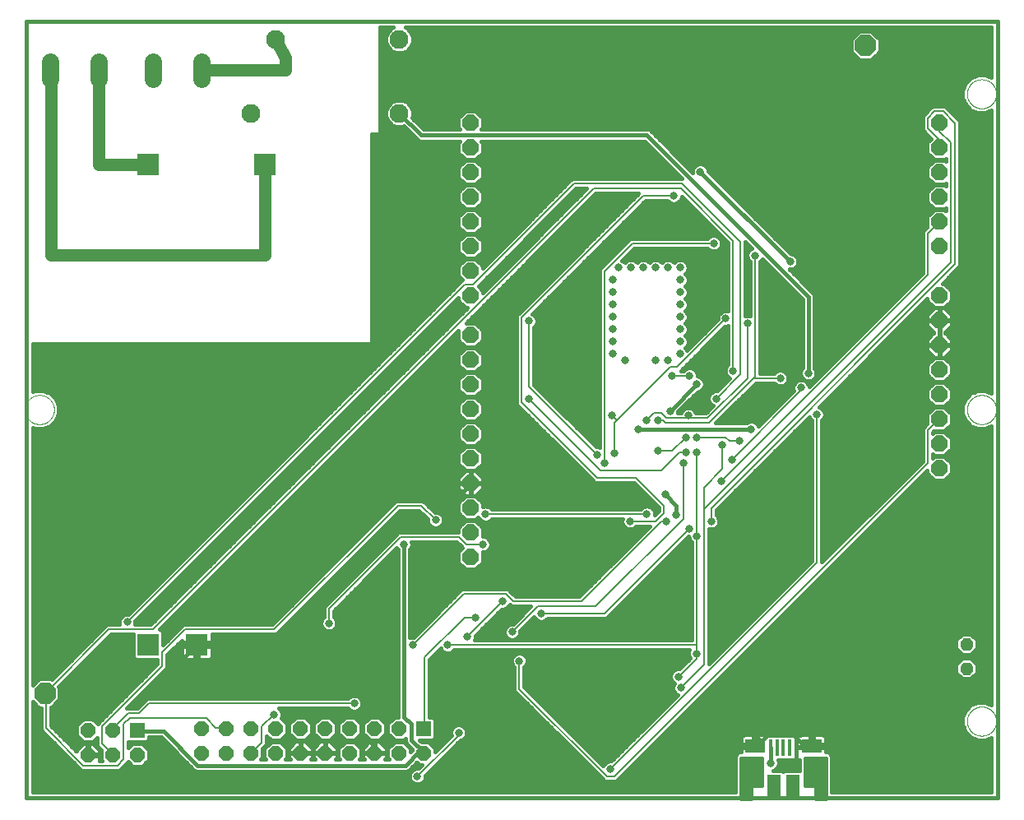
<source format=gbl>
G75*
%MOIN*%
%OFA0B0*%
%FSLAX25Y25*%
%IPPOS*%
%LPD*%
%AMOC8*
5,1,8,0,0,1.08239X$1,22.5*
%
%ADD10C,0.01600*%
%ADD11C,0.00000*%
%ADD12OC8,0.08500*%
%ADD13C,0.07050*%
%ADD14R,0.06000X0.06000*%
%ADD15OC8,0.06000*%
%ADD16R,0.01575X0.06732*%
%ADD17R,0.07874X0.05748*%
%ADD18R,0.05413X0.09843*%
%ADD19C,0.01040*%
%ADD20R,0.08858X0.08858*%
%ADD21C,0.07677*%
%ADD22OC8,0.06600*%
%ADD23C,0.03169*%
%ADD24C,0.00800*%
%ADD25C,0.05000*%
D10*
X0001800Y0018126D02*
X0395501Y0018126D01*
X0395501Y0333087D01*
X0001800Y0333087D01*
X0001800Y0018126D01*
X0004400Y0020726D02*
X0004400Y0057253D01*
X0006877Y0054776D01*
X0007674Y0054776D01*
X0007674Y0045841D01*
X0008846Y0044669D01*
X0024101Y0029413D01*
X0039538Y0029413D01*
X0040709Y0030585D01*
X0043023Y0032898D01*
X0044895Y0031026D01*
X0048705Y0031026D01*
X0051400Y0033721D01*
X0051400Y0037531D01*
X0048705Y0040226D01*
X0044895Y0040226D01*
X0043170Y0038501D01*
X0043170Y0041026D01*
X0050463Y0041026D01*
X0051400Y0041963D01*
X0051400Y0042793D01*
X0056416Y0042793D01*
X0069155Y0030054D01*
X0069830Y0029379D01*
X0070712Y0029013D01*
X0155821Y0029013D01*
X0156703Y0029379D01*
X0160018Y0032694D01*
X0160958Y0031754D01*
X0162206Y0031754D01*
X0160620Y0030168D01*
X0159631Y0030168D01*
X0158461Y0029684D01*
X0157565Y0028788D01*
X0157080Y0027618D01*
X0157080Y0026351D01*
X0157565Y0025181D01*
X0158461Y0024285D01*
X0159631Y0023800D01*
X0160898Y0023800D01*
X0162068Y0024285D01*
X0162964Y0025181D01*
X0163449Y0026351D01*
X0163449Y0027340D01*
X0177625Y0041517D01*
X0177630Y0041517D01*
X0178801Y0042001D01*
X0179696Y0042897D01*
X0180181Y0044067D01*
X0180181Y0045334D01*
X0179696Y0046505D01*
X0178801Y0047400D01*
X0177630Y0047885D01*
X0176363Y0047885D01*
X0175193Y0047400D01*
X0174297Y0046505D01*
X0173813Y0045334D01*
X0173813Y0044067D01*
X0174020Y0043568D01*
X0167463Y0037011D01*
X0167463Y0038260D01*
X0164768Y0040954D01*
X0161992Y0040954D01*
X0161192Y0041754D01*
X0166526Y0041754D01*
X0167463Y0042692D01*
X0167463Y0050017D01*
X0166526Y0050954D01*
X0165217Y0050954D01*
X0165217Y0074384D01*
X0169662Y0078829D01*
X0169868Y0078330D01*
X0170764Y0077434D01*
X0171934Y0076950D01*
X0173201Y0076950D01*
X0174371Y0077434D01*
X0175071Y0078134D01*
X0270605Y0078134D01*
X0270269Y0077322D01*
X0270269Y0076056D01*
X0270754Y0074885D01*
X0270772Y0074867D01*
X0266427Y0070523D01*
X0265438Y0070523D01*
X0264268Y0070038D01*
X0263372Y0069142D01*
X0262887Y0067972D01*
X0262887Y0066705D01*
X0263372Y0065535D01*
X0264268Y0064639D01*
X0264317Y0064619D01*
X0263872Y0063543D01*
X0263872Y0062276D01*
X0264356Y0061106D01*
X0265252Y0060210D01*
X0265751Y0060003D01*
X0238868Y0033121D01*
X0237879Y0033121D01*
X0236709Y0032636D01*
X0235813Y0031741D01*
X0235607Y0031242D01*
X0203603Y0063246D01*
X0203603Y0071233D01*
X0204303Y0071932D01*
X0204787Y0073103D01*
X0204787Y0074370D01*
X0204303Y0075540D01*
X0203407Y0076436D01*
X0202237Y0076920D01*
X0200970Y0076920D01*
X0199799Y0076436D01*
X0198904Y0075540D01*
X0198419Y0074370D01*
X0198419Y0073103D01*
X0198904Y0071932D01*
X0199603Y0071233D01*
X0199603Y0061589D01*
X0235036Y0026156D01*
X0236208Y0024984D01*
X0240817Y0024984D01*
X0366900Y0151067D01*
X0366900Y0149758D01*
X0369770Y0146887D01*
X0373830Y0146887D01*
X0376700Y0149758D01*
X0376700Y0153817D01*
X0373830Y0156687D01*
X0369770Y0156687D01*
X0368957Y0155874D01*
X0368957Y0157700D01*
X0369770Y0156887D01*
X0373830Y0156887D01*
X0376700Y0159758D01*
X0376700Y0163817D01*
X0373830Y0166687D01*
X0369770Y0166687D01*
X0368957Y0165874D01*
X0368957Y0166412D01*
X0369602Y0167056D01*
X0369770Y0166887D01*
X0373830Y0166887D01*
X0376700Y0169758D01*
X0376700Y0173817D01*
X0373830Y0176687D01*
X0369770Y0176687D01*
X0366900Y0173817D01*
X0366900Y0170011D01*
X0364957Y0168069D01*
X0364957Y0154781D01*
X0324174Y0113998D01*
X0324174Y0171135D01*
X0324873Y0171834D01*
X0325358Y0173004D01*
X0325358Y0174271D01*
X0324873Y0175442D01*
X0323978Y0176337D01*
X0323131Y0176688D01*
X0366900Y0220457D01*
X0366900Y0219758D01*
X0369770Y0216887D01*
X0373830Y0216887D01*
X0376700Y0219758D01*
X0376700Y0223817D01*
X0373830Y0226687D01*
X0373131Y0226687D01*
X0380276Y0233833D01*
X0380276Y0292576D01*
X0379105Y0293748D01*
X0374184Y0298669D01*
X0369082Y0298669D01*
X0367910Y0297498D01*
X0364957Y0294545D01*
X0364957Y0288951D01*
X0366129Y0287780D01*
X0368496Y0285413D01*
X0366900Y0283817D01*
X0366900Y0279758D01*
X0369770Y0276887D01*
X0373830Y0276887D01*
X0374308Y0277366D01*
X0374308Y0276209D01*
X0373830Y0276687D01*
X0369770Y0276687D01*
X0366900Y0273817D01*
X0366900Y0269758D01*
X0369770Y0266887D01*
X0373830Y0266887D01*
X0374308Y0267366D01*
X0374308Y0266209D01*
X0373830Y0266687D01*
X0369770Y0266687D01*
X0366900Y0263817D01*
X0366900Y0259758D01*
X0369770Y0256887D01*
X0373830Y0256887D01*
X0374308Y0257366D01*
X0374308Y0256209D01*
X0373830Y0256687D01*
X0369770Y0256687D01*
X0366900Y0253817D01*
X0366900Y0249758D01*
X0366911Y0249747D01*
X0364957Y0247793D01*
X0364957Y0231061D01*
X0318961Y0185064D01*
X0318961Y0185098D01*
X0318476Y0186268D01*
X0317580Y0187164D01*
X0316410Y0187649D01*
X0315143Y0187649D01*
X0313973Y0187164D01*
X0313077Y0186268D01*
X0312592Y0185098D01*
X0312592Y0183831D01*
X0312799Y0183331D01*
X0298505Y0169038D01*
X0298299Y0169536D01*
X0297403Y0170432D01*
X0296233Y0170917D01*
X0294966Y0170917D01*
X0293795Y0170432D01*
X0293496Y0170132D01*
X0281143Y0170132D01*
X0297412Y0186402D01*
X0304907Y0186402D01*
X0305606Y0185702D01*
X0306777Y0185217D01*
X0308044Y0185217D01*
X0309214Y0185702D01*
X0310110Y0186598D01*
X0310594Y0187768D01*
X0310594Y0189035D01*
X0310110Y0190205D01*
X0309214Y0191101D01*
X0308044Y0191586D01*
X0306777Y0191586D01*
X0305606Y0191101D01*
X0304907Y0190402D01*
X0299076Y0190402D01*
X0299076Y0235603D01*
X0299775Y0236303D01*
X0299960Y0236749D01*
X0316329Y0220380D01*
X0316329Y0192473D01*
X0316030Y0192174D01*
X0315545Y0191003D01*
X0315545Y0189737D01*
X0316030Y0188566D01*
X0316925Y0187671D01*
X0318096Y0187186D01*
X0319363Y0187186D01*
X0320533Y0187671D01*
X0321429Y0188566D01*
X0321913Y0189737D01*
X0321913Y0191003D01*
X0321429Y0192174D01*
X0321129Y0192473D01*
X0321129Y0221851D01*
X0320764Y0222734D01*
X0311036Y0232461D01*
X0311981Y0232461D01*
X0313151Y0232946D01*
X0314047Y0233842D01*
X0314531Y0235012D01*
X0314531Y0236279D01*
X0314047Y0237449D01*
X0313151Y0238345D01*
X0311981Y0238830D01*
X0311557Y0238830D01*
X0278114Y0272273D01*
X0278114Y0272696D01*
X0277629Y0273867D01*
X0276734Y0274762D01*
X0275563Y0275247D01*
X0274297Y0275247D01*
X0273126Y0274762D01*
X0272230Y0273867D01*
X0271746Y0272696D01*
X0271746Y0271752D01*
X0255311Y0288186D01*
X0254636Y0288861D01*
X0253754Y0289227D01*
X0186169Y0289227D01*
X0186700Y0289758D01*
X0186700Y0293817D01*
X0183830Y0296687D01*
X0179770Y0296687D01*
X0176900Y0293817D01*
X0176900Y0289758D01*
X0177431Y0289227D01*
X0162735Y0289227D01*
X0158098Y0293863D01*
X0158380Y0294544D01*
X0158380Y0296708D01*
X0157552Y0298707D01*
X0156022Y0300237D01*
X0154024Y0301065D01*
X0151860Y0301065D01*
X0149861Y0300237D01*
X0148331Y0298707D01*
X0147503Y0296708D01*
X0147503Y0294544D01*
X0148331Y0292545D01*
X0149861Y0291015D01*
X0151860Y0290187D01*
X0154024Y0290187D01*
X0154704Y0290469D01*
X0160381Y0284792D01*
X0161264Y0284427D01*
X0177510Y0284427D01*
X0176900Y0283817D01*
X0176900Y0279758D01*
X0179770Y0276887D01*
X0183830Y0276887D01*
X0186700Y0279758D01*
X0186700Y0283817D01*
X0186090Y0284427D01*
X0252282Y0284427D01*
X0267567Y0269142D01*
X0222920Y0269142D01*
X0186700Y0232921D01*
X0186700Y0233817D01*
X0183830Y0236687D01*
X0179770Y0236687D01*
X0176900Y0233817D01*
X0176900Y0229758D01*
X0178496Y0228162D01*
X0043002Y0092668D01*
X0042013Y0092668D01*
X0040843Y0092184D01*
X0039947Y0091288D01*
X0039462Y0090118D01*
X0039462Y0088851D01*
X0039595Y0088531D01*
X0034436Y0088531D01*
X0012052Y0066147D01*
X0011723Y0066476D01*
X0006877Y0066476D01*
X0004400Y0063999D01*
X0004400Y0168391D01*
X0005582Y0167901D01*
X0008648Y0167901D01*
X0011480Y0169074D01*
X0013647Y0171241D01*
X0014820Y0174074D01*
X0014820Y0177139D01*
X0013647Y0179971D01*
X0011480Y0182139D01*
X0008648Y0183312D01*
X0005582Y0183312D01*
X0004400Y0182822D01*
X0004400Y0202326D01*
X0141206Y0202326D01*
X0141675Y0202795D01*
X0141675Y0287326D01*
X0144631Y0287326D01*
X0145100Y0287795D01*
X0145100Y0330487D01*
X0150465Y0330487D01*
X0149861Y0330237D01*
X0148331Y0328707D01*
X0147503Y0326708D01*
X0147503Y0324544D01*
X0148331Y0322545D01*
X0149861Y0321015D01*
X0151860Y0320187D01*
X0154024Y0320187D01*
X0156022Y0321015D01*
X0157552Y0322545D01*
X0158380Y0324544D01*
X0158380Y0326708D01*
X0157552Y0328707D01*
X0156022Y0330237D01*
X0155419Y0330487D01*
X0392901Y0330487D01*
X0392901Y0310261D01*
X0390478Y0311265D01*
X0387413Y0311265D01*
X0384581Y0310091D01*
X0382413Y0307924D01*
X0381240Y0305092D01*
X0381240Y0302026D01*
X0382413Y0299194D01*
X0384581Y0297027D01*
X0387413Y0295854D01*
X0390478Y0295854D01*
X0392901Y0296857D01*
X0392901Y0182308D01*
X0390478Y0183312D01*
X0387413Y0183312D01*
X0384581Y0182139D01*
X0382413Y0179971D01*
X0381240Y0177139D01*
X0381240Y0174074D01*
X0382413Y0171241D01*
X0384581Y0169074D01*
X0387413Y0167901D01*
X0390478Y0167901D01*
X0392901Y0168904D01*
X0392901Y0056049D01*
X0390478Y0057052D01*
X0387413Y0057052D01*
X0384581Y0055879D01*
X0382413Y0053711D01*
X0381240Y0050879D01*
X0381240Y0047814D01*
X0382413Y0044982D01*
X0384581Y0042814D01*
X0387413Y0041641D01*
X0390478Y0041641D01*
X0392901Y0042644D01*
X0392901Y0020726D01*
X0328090Y0020726D01*
X0328090Y0023961D01*
X0328127Y0024088D01*
X0328090Y0024434D01*
X0328090Y0024783D01*
X0328078Y0024811D01*
X0328078Y0034922D01*
X0327713Y0035804D01*
X0327037Y0036479D01*
X0326155Y0036845D01*
X0325746Y0036845D01*
X0325746Y0038513D01*
X0320646Y0038513D01*
X0320646Y0039787D01*
X0319372Y0039787D01*
X0319372Y0043824D01*
X0315835Y0043824D01*
X0315377Y0043701D01*
X0315267Y0043638D01*
X0315192Y0043681D01*
X0314734Y0043804D01*
X0313709Y0043804D01*
X0312685Y0043804D01*
X0312227Y0043681D01*
X0312093Y0043604D01*
X0302023Y0043604D01*
X0302005Y0043586D01*
X0301806Y0043701D01*
X0301348Y0043824D01*
X0297811Y0043824D01*
X0297811Y0039787D01*
X0296537Y0039787D01*
X0296537Y0043824D01*
X0293000Y0043824D01*
X0292542Y0043701D01*
X0292132Y0043464D01*
X0291797Y0043129D01*
X0291560Y0042718D01*
X0291437Y0042261D01*
X0291437Y0039787D01*
X0296537Y0039787D01*
X0296537Y0038513D01*
X0291437Y0038513D01*
X0291437Y0036845D01*
X0291096Y0036845D01*
X0290214Y0036479D01*
X0289539Y0035804D01*
X0289174Y0034922D01*
X0289174Y0024453D01*
X0289137Y0024103D01*
X0289174Y0023979D01*
X0289174Y0023849D01*
X0289183Y0023826D01*
X0289183Y0020726D01*
X0004400Y0020726D01*
X0004400Y0021323D02*
X0289183Y0021323D01*
X0289183Y0022922D02*
X0004400Y0022922D01*
X0004400Y0024520D02*
X0158226Y0024520D01*
X0157177Y0026119D02*
X0004400Y0026119D01*
X0004400Y0027717D02*
X0157121Y0027717D01*
X0156550Y0029316D02*
X0158093Y0029316D01*
X0158238Y0030914D02*
X0161366Y0030914D01*
X0160199Y0032513D02*
X0159837Y0032513D01*
X0155343Y0031413D02*
X0161249Y0037319D01*
X0162863Y0036354D01*
X0162725Y0036827D01*
X0157804Y0041748D01*
X0157804Y0048146D01*
X0154851Y0051098D01*
X0154851Y0120980D01*
X0151945Y0119675D02*
X0152152Y0119177D01*
X0152451Y0118877D01*
X0152451Y0050954D01*
X0150958Y0050954D01*
X0148263Y0048260D01*
X0148263Y0044449D01*
X0150958Y0041754D01*
X0154768Y0041754D01*
X0155404Y0042390D01*
X0155404Y0041271D01*
X0155769Y0040389D01*
X0158263Y0037895D01*
X0158263Y0037727D01*
X0157463Y0036927D01*
X0157463Y0038260D01*
X0154768Y0040954D01*
X0150958Y0040954D01*
X0148263Y0038260D01*
X0148263Y0034449D01*
X0148899Y0033813D01*
X0147110Y0033813D01*
X0147663Y0034366D01*
X0147663Y0036154D01*
X0143063Y0036154D01*
X0143063Y0036554D01*
X0147663Y0036554D01*
X0147663Y0038343D01*
X0144851Y0041154D01*
X0143063Y0041154D01*
X0143063Y0036554D01*
X0142663Y0036554D01*
X0142663Y0036154D01*
X0138063Y0036154D01*
X0138063Y0034366D01*
X0138616Y0033813D01*
X0136827Y0033813D01*
X0137463Y0034449D01*
X0137463Y0038260D01*
X0134768Y0040954D01*
X0130958Y0040954D01*
X0128263Y0038260D01*
X0128263Y0034449D01*
X0128899Y0033813D01*
X0127110Y0033813D01*
X0127663Y0034366D01*
X0127663Y0036154D01*
X0123063Y0036154D01*
X0123063Y0036554D01*
X0127663Y0036554D01*
X0127663Y0038343D01*
X0124851Y0041154D01*
X0123063Y0041154D01*
X0123063Y0036554D01*
X0122663Y0036554D01*
X0122663Y0036154D01*
X0118063Y0036154D01*
X0118063Y0034366D01*
X0118616Y0033813D01*
X0117110Y0033813D01*
X0117663Y0034366D01*
X0117663Y0036154D01*
X0113063Y0036154D01*
X0113063Y0036554D01*
X0117663Y0036554D01*
X0117663Y0038343D01*
X0114851Y0041154D01*
X0113063Y0041154D01*
X0113063Y0036554D01*
X0112663Y0036554D01*
X0112663Y0036154D01*
X0108063Y0036154D01*
X0108063Y0034366D01*
X0108616Y0033813D01*
X0106827Y0033813D01*
X0107463Y0034449D01*
X0107463Y0038260D01*
X0104768Y0040954D01*
X0100958Y0040954D01*
X0098263Y0038260D01*
X0098263Y0034449D01*
X0098899Y0033813D01*
X0096827Y0033813D01*
X0097463Y0034449D01*
X0097463Y0038126D01*
X0099272Y0039935D01*
X0099272Y0043440D01*
X0100958Y0041754D01*
X0104768Y0041754D01*
X0107463Y0044449D01*
X0107463Y0048260D01*
X0105054Y0050668D01*
X0105378Y0051449D01*
X0105378Y0052716D01*
X0104893Y0053886D01*
X0104268Y0054512D01*
X0132171Y0054512D01*
X0132870Y0053812D01*
X0134041Y0053328D01*
X0135307Y0053328D01*
X0136478Y0053812D01*
X0137373Y0054708D01*
X0137858Y0055878D01*
X0137858Y0057145D01*
X0137373Y0058316D01*
X0136478Y0059211D01*
X0135307Y0059696D01*
X0134041Y0059696D01*
X0132870Y0059211D01*
X0132171Y0058512D01*
X0052333Y0058512D01*
X0050676Y0058512D01*
X0046739Y0054575D01*
X0042554Y0054575D01*
X0058918Y0070939D01*
X0058918Y0076353D01*
X0064665Y0082100D01*
X0064665Y0081125D01*
X0070218Y0081125D01*
X0070218Y0079772D01*
X0071571Y0079772D01*
X0071571Y0074220D01*
X0075561Y0074220D01*
X0076018Y0074342D01*
X0076429Y0074579D01*
X0076764Y0074914D01*
X0077001Y0075325D01*
X0077124Y0075783D01*
X0077124Y0079772D01*
X0071571Y0079772D01*
X0071571Y0081125D01*
X0077124Y0081125D01*
X0077124Y0084531D01*
X0103022Y0084531D01*
X0104194Y0085703D01*
X0153219Y0134728D01*
X0160913Y0134728D01*
X0164462Y0131179D01*
X0164462Y0130189D01*
X0164947Y0129019D01*
X0165843Y0128123D01*
X0167013Y0127639D01*
X0168280Y0127639D01*
X0169450Y0128123D01*
X0170346Y0129019D01*
X0170831Y0130189D01*
X0170831Y0131456D01*
X0170346Y0132627D01*
X0169450Y0133522D01*
X0168280Y0134007D01*
X0167291Y0134007D01*
X0163741Y0137557D01*
X0162569Y0138728D01*
X0151562Y0138728D01*
X0101365Y0088531D01*
X0065440Y0088531D01*
X0057239Y0080330D01*
X0057239Y0085541D01*
X0056301Y0086478D01*
X0055756Y0086478D01*
X0176900Y0207622D01*
X0176900Y0203758D01*
X0179770Y0200887D01*
X0183830Y0200887D01*
X0186700Y0203758D01*
X0186700Y0207817D01*
X0183830Y0210687D01*
X0179965Y0210687D01*
X0232451Y0263173D01*
X0249924Y0263173D01*
X0201759Y0215008D01*
X0200587Y0213836D01*
X0200587Y0177731D01*
X0231099Y0147219D01*
X0232271Y0146047D01*
X0248019Y0146047D01*
X0258166Y0135900D01*
X0258166Y0134604D01*
X0256461Y0132898D01*
X0256461Y0133917D01*
X0255976Y0135087D01*
X0255080Y0135983D01*
X0253910Y0136468D01*
X0252643Y0136468D01*
X0251473Y0135983D01*
X0250773Y0135283D01*
X0190327Y0135283D01*
X0189627Y0135983D01*
X0188457Y0136468D01*
X0187190Y0136468D01*
X0186700Y0136265D01*
X0186700Y0137817D01*
X0183830Y0140687D01*
X0179770Y0140687D01*
X0176900Y0137817D01*
X0176900Y0133758D01*
X0179770Y0130887D01*
X0183830Y0130887D01*
X0184918Y0131976D01*
X0185124Y0131480D01*
X0186020Y0130584D01*
X0187190Y0130099D01*
X0188457Y0130099D01*
X0189627Y0130584D01*
X0190327Y0131283D01*
X0243335Y0131283D01*
X0243202Y0130964D01*
X0243202Y0129697D01*
X0243687Y0128527D01*
X0244583Y0127631D01*
X0245753Y0127146D01*
X0247020Y0127146D01*
X0248190Y0127631D01*
X0248890Y0128331D01*
X0254353Y0128331D01*
X0225873Y0099850D01*
X0199971Y0099850D01*
X0198190Y0101632D01*
X0197018Y0102803D01*
X0178137Y0102803D01*
X0158652Y0083318D01*
X0157663Y0083318D01*
X0157251Y0083148D01*
X0157251Y0118877D01*
X0157551Y0119177D01*
X0158035Y0120347D01*
X0158035Y0121614D01*
X0157903Y0121933D01*
X0176168Y0121933D01*
X0177950Y0120152D01*
X0178592Y0119509D01*
X0176900Y0117817D01*
X0176900Y0113758D01*
X0179770Y0110887D01*
X0183830Y0110887D01*
X0186700Y0113758D01*
X0186700Y0117796D01*
X0187473Y0117796D01*
X0188643Y0118281D01*
X0189539Y0119177D01*
X0190024Y0120347D01*
X0190024Y0121614D01*
X0189539Y0122784D01*
X0188643Y0123680D01*
X0187473Y0124165D01*
X0186700Y0124165D01*
X0186700Y0127817D01*
X0183830Y0130687D01*
X0179770Y0130687D01*
X0176900Y0127817D01*
X0176900Y0125933D01*
X0152546Y0125933D01*
X0151375Y0124761D01*
X0122339Y0095726D01*
X0122339Y0091495D01*
X0121640Y0090796D01*
X0121155Y0089626D01*
X0121155Y0088359D01*
X0121640Y0087188D01*
X0122536Y0086293D01*
X0123706Y0085808D01*
X0124973Y0085808D01*
X0126143Y0086293D01*
X0127039Y0087188D01*
X0127524Y0088359D01*
X0127524Y0089626D01*
X0127039Y0090796D01*
X0126339Y0091495D01*
X0126339Y0094069D01*
X0151945Y0119675D01*
X0152451Y0118832D02*
X0151102Y0118832D01*
X0152451Y0117234D02*
X0149504Y0117234D01*
X0147905Y0115635D02*
X0152451Y0115635D01*
X0152451Y0114037D02*
X0146307Y0114037D01*
X0144708Y0112438D02*
X0152451Y0112438D01*
X0152451Y0110840D02*
X0143110Y0110840D01*
X0141511Y0109241D02*
X0152451Y0109241D01*
X0152451Y0107643D02*
X0139913Y0107643D01*
X0138314Y0106044D02*
X0152451Y0106044D01*
X0152451Y0104446D02*
X0136716Y0104446D01*
X0135117Y0102847D02*
X0152451Y0102847D01*
X0152451Y0101249D02*
X0133519Y0101249D01*
X0131920Y0099650D02*
X0152451Y0099650D01*
X0152451Y0098052D02*
X0130322Y0098052D01*
X0128723Y0096453D02*
X0152451Y0096453D01*
X0152451Y0094855D02*
X0127125Y0094855D01*
X0126339Y0093256D02*
X0152451Y0093256D01*
X0152451Y0091658D02*
X0126339Y0091658D01*
X0127344Y0090059D02*
X0152451Y0090059D01*
X0152451Y0088460D02*
X0127524Y0088460D01*
X0126712Y0086862D02*
X0152451Y0086862D01*
X0152451Y0085263D02*
X0103754Y0085263D01*
X0105353Y0086862D02*
X0121966Y0086862D01*
X0121155Y0088460D02*
X0106951Y0088460D01*
X0108550Y0090059D02*
X0121335Y0090059D01*
X0122339Y0091658D02*
X0110148Y0091658D01*
X0111747Y0093256D02*
X0122339Y0093256D01*
X0122339Y0094855D02*
X0113345Y0094855D01*
X0114944Y0096453D02*
X0123066Y0096453D01*
X0124665Y0098052D02*
X0116542Y0098052D01*
X0118141Y0099650D02*
X0126263Y0099650D01*
X0127862Y0101249D02*
X0119739Y0101249D01*
X0121338Y0102847D02*
X0129460Y0102847D01*
X0131059Y0104446D02*
X0122936Y0104446D01*
X0124535Y0106044D02*
X0132657Y0106044D01*
X0134256Y0107643D02*
X0126133Y0107643D01*
X0127732Y0109241D02*
X0135854Y0109241D01*
X0137453Y0110840D02*
X0129330Y0110840D01*
X0130929Y0112438D02*
X0139051Y0112438D01*
X0140650Y0114037D02*
X0132527Y0114037D01*
X0134126Y0115635D02*
X0142248Y0115635D01*
X0143847Y0117234D02*
X0135724Y0117234D01*
X0137323Y0118832D02*
X0145446Y0118832D01*
X0147044Y0120431D02*
X0138921Y0120431D01*
X0140520Y0122029D02*
X0148643Y0122029D01*
X0150241Y0123628D02*
X0142118Y0123628D01*
X0143717Y0125226D02*
X0151840Y0125226D01*
X0153867Y0127378D02*
X0169123Y0127378D01*
X0176505Y0134760D01*
X0176505Y0140173D01*
X0181426Y0145094D01*
X0181800Y0145787D01*
X0181918Y0145587D01*
X0246879Y0145587D01*
X0257213Y0135252D01*
X0258166Y0134817D02*
X0256088Y0134817D01*
X0256461Y0133219D02*
X0256781Y0133219D01*
X0257650Y0136416D02*
X0254035Y0136416D01*
X0252518Y0136416D02*
X0188582Y0136416D01*
X0187065Y0136416D02*
X0186700Y0136416D01*
X0186503Y0138014D02*
X0256052Y0138014D01*
X0254453Y0139613D02*
X0184904Y0139613D01*
X0183912Y0140687D02*
X0186900Y0143675D01*
X0186900Y0145603D01*
X0181984Y0145603D01*
X0181984Y0140687D01*
X0183912Y0140687D01*
X0184436Y0141211D02*
X0252855Y0141211D01*
X0251256Y0142810D02*
X0186035Y0142810D01*
X0186900Y0144408D02*
X0249658Y0144408D01*
X0248059Y0146007D02*
X0186900Y0146007D01*
X0186900Y0145972D02*
X0186900Y0147900D01*
X0183912Y0150887D01*
X0181984Y0150887D01*
X0181984Y0145972D01*
X0181616Y0145972D01*
X0181616Y0150887D01*
X0179688Y0150887D01*
X0176700Y0147900D01*
X0176700Y0145972D01*
X0181616Y0145972D01*
X0181616Y0145603D01*
X0181984Y0145603D01*
X0181984Y0145972D01*
X0186900Y0145972D01*
X0186900Y0147605D02*
X0230713Y0147605D01*
X0229114Y0149204D02*
X0185596Y0149204D01*
X0183997Y0150802D02*
X0227516Y0150802D01*
X0225917Y0152401D02*
X0185343Y0152401D01*
X0186700Y0153758D02*
X0183830Y0150887D01*
X0179770Y0150887D01*
X0176900Y0153758D01*
X0176900Y0157817D01*
X0179770Y0160687D01*
X0183830Y0160687D01*
X0186700Y0157817D01*
X0186700Y0153758D01*
X0186700Y0153999D02*
X0224319Y0153999D01*
X0222720Y0155598D02*
X0186700Y0155598D01*
X0186700Y0157196D02*
X0221122Y0157196D01*
X0219523Y0158795D02*
X0185722Y0158795D01*
X0184124Y0160393D02*
X0217925Y0160393D01*
X0216326Y0161992D02*
X0184934Y0161992D01*
X0183830Y0160887D02*
X0186700Y0163758D01*
X0186700Y0167817D01*
X0183830Y0170687D01*
X0179770Y0170687D01*
X0176900Y0167817D01*
X0176900Y0163758D01*
X0179770Y0160887D01*
X0183830Y0160887D01*
X0186533Y0163591D02*
X0214728Y0163591D01*
X0213129Y0165189D02*
X0186700Y0165189D01*
X0186700Y0166788D02*
X0211530Y0166788D01*
X0209932Y0168386D02*
X0186131Y0168386D01*
X0184532Y0169985D02*
X0208333Y0169985D01*
X0206735Y0171583D02*
X0184525Y0171583D01*
X0183830Y0170887D02*
X0186700Y0173758D01*
X0186700Y0177817D01*
X0183830Y0180687D01*
X0179770Y0180687D01*
X0176900Y0177817D01*
X0176900Y0173758D01*
X0179770Y0170887D01*
X0183830Y0170887D01*
X0186124Y0173182D02*
X0205136Y0173182D01*
X0203538Y0174780D02*
X0186700Y0174780D01*
X0186700Y0176379D02*
X0201939Y0176379D01*
X0200587Y0177977D02*
X0186540Y0177977D01*
X0184941Y0179576D02*
X0200587Y0179576D01*
X0200587Y0181174D02*
X0184116Y0181174D01*
X0183830Y0180887D02*
X0186700Y0183758D01*
X0186700Y0187817D01*
X0183830Y0190687D01*
X0179770Y0190687D01*
X0176900Y0187817D01*
X0176900Y0183758D01*
X0179770Y0180887D01*
X0183830Y0180887D01*
X0185715Y0182773D02*
X0200587Y0182773D01*
X0200587Y0184371D02*
X0186700Y0184371D01*
X0186700Y0185970D02*
X0200587Y0185970D01*
X0200587Y0187568D02*
X0186700Y0187568D01*
X0185350Y0189167D02*
X0200587Y0189167D01*
X0200587Y0190765D02*
X0160043Y0190765D01*
X0158445Y0189167D02*
X0178250Y0189167D01*
X0176900Y0187568D02*
X0156846Y0187568D01*
X0155248Y0185970D02*
X0176900Y0185970D01*
X0176900Y0184371D02*
X0153649Y0184371D01*
X0152051Y0182773D02*
X0177885Y0182773D01*
X0179484Y0181174D02*
X0150452Y0181174D01*
X0148854Y0179576D02*
X0178659Y0179576D01*
X0177060Y0177977D02*
X0147255Y0177977D01*
X0145657Y0176379D02*
X0176900Y0176379D01*
X0176900Y0174780D02*
X0144058Y0174780D01*
X0142460Y0173182D02*
X0177476Y0173182D01*
X0179075Y0171583D02*
X0140861Y0171583D01*
X0139263Y0169985D02*
X0179068Y0169985D01*
X0177469Y0168386D02*
X0137664Y0168386D01*
X0136066Y0166788D02*
X0176900Y0166788D01*
X0176900Y0165189D02*
X0134467Y0165189D01*
X0132869Y0163591D02*
X0177067Y0163591D01*
X0178666Y0161992D02*
X0131270Y0161992D01*
X0129672Y0160393D02*
X0179476Y0160393D01*
X0177878Y0158795D02*
X0128073Y0158795D01*
X0126474Y0157196D02*
X0176900Y0157196D01*
X0176900Y0155598D02*
X0124876Y0155598D01*
X0123277Y0153999D02*
X0176900Y0153999D01*
X0178257Y0152401D02*
X0121679Y0152401D01*
X0120080Y0150802D02*
X0179603Y0150802D01*
X0181616Y0150802D02*
X0181984Y0150802D01*
X0181984Y0149204D02*
X0181616Y0149204D01*
X0181616Y0147605D02*
X0181984Y0147605D01*
X0181984Y0146007D02*
X0181616Y0146007D01*
X0181616Y0145603D02*
X0176700Y0145603D01*
X0176700Y0143675D01*
X0179688Y0140687D01*
X0181616Y0140687D01*
X0181616Y0145603D01*
X0181616Y0144408D02*
X0181984Y0144408D01*
X0181984Y0142810D02*
X0181616Y0142810D01*
X0181616Y0141211D02*
X0181984Y0141211D01*
X0179164Y0141211D02*
X0110489Y0141211D01*
X0108891Y0139613D02*
X0178696Y0139613D01*
X0177097Y0138014D02*
X0163283Y0138014D01*
X0164882Y0136416D02*
X0176900Y0136416D01*
X0176900Y0134817D02*
X0166480Y0134817D01*
X0169754Y0133219D02*
X0177439Y0133219D01*
X0179037Y0131620D02*
X0170763Y0131620D01*
X0170761Y0130022D02*
X0179105Y0130022D01*
X0177506Y0128423D02*
X0169750Y0128423D01*
X0165543Y0128423D02*
X0146914Y0128423D01*
X0145315Y0126825D02*
X0176900Y0126825D01*
X0177671Y0120431D02*
X0158035Y0120431D01*
X0157251Y0118832D02*
X0177915Y0118832D01*
X0177950Y0120152D02*
X0177950Y0120152D01*
X0176900Y0117234D02*
X0157251Y0117234D01*
X0157251Y0115635D02*
X0176900Y0115635D01*
X0176900Y0114037D02*
X0157251Y0114037D01*
X0157251Y0112438D02*
X0178220Y0112438D01*
X0185380Y0112438D02*
X0238461Y0112438D01*
X0236862Y0110840D02*
X0157251Y0110840D01*
X0157251Y0109241D02*
X0235264Y0109241D01*
X0233665Y0107643D02*
X0157251Y0107643D01*
X0157251Y0106044D02*
X0232067Y0106044D01*
X0230468Y0104446D02*
X0157251Y0104446D01*
X0157251Y0102847D02*
X0228870Y0102847D01*
X0227271Y0101249D02*
X0198573Y0101249D01*
X0197619Y0096545D02*
X0198314Y0095850D01*
X0206125Y0095850D01*
X0199006Y0088731D01*
X0198017Y0088731D01*
X0196847Y0088247D01*
X0195951Y0087351D01*
X0195466Y0086181D01*
X0195466Y0084914D01*
X0195951Y0083744D01*
X0196847Y0082848D01*
X0198017Y0082363D01*
X0199284Y0082363D01*
X0200454Y0082848D01*
X0201350Y0083744D01*
X0201835Y0084914D01*
X0201835Y0085903D01*
X0207555Y0091624D01*
X0207762Y0091125D01*
X0208658Y0090230D01*
X0209828Y0089745D01*
X0211095Y0089745D01*
X0212265Y0090230D01*
X0212965Y0090929D01*
X0236880Y0090929D01*
X0270145Y0124194D01*
X0270269Y0124194D01*
X0270269Y0123792D01*
X0270754Y0122621D01*
X0271454Y0121922D01*
X0271454Y0082134D01*
X0183290Y0082134D01*
X0183626Y0082945D01*
X0183626Y0083935D01*
X0194358Y0094666D01*
X0195347Y0094666D01*
X0196517Y0095151D01*
X0197413Y0096047D01*
X0197619Y0096545D01*
X0197581Y0096453D02*
X0197711Y0096453D01*
X0195802Y0094855D02*
X0205129Y0094855D01*
X0203531Y0093256D02*
X0192947Y0093256D01*
X0191349Y0091658D02*
X0201932Y0091658D01*
X0200334Y0090059D02*
X0189750Y0090059D01*
X0188152Y0088460D02*
X0197363Y0088460D01*
X0195748Y0086862D02*
X0186553Y0086862D01*
X0184955Y0085263D02*
X0195466Y0085263D01*
X0196029Y0083665D02*
X0183626Y0083665D01*
X0173977Y0077271D02*
X0270269Y0077271D01*
X0270428Y0075672D02*
X0204170Y0075672D01*
X0204787Y0074074D02*
X0269979Y0074074D01*
X0268380Y0072475D02*
X0204527Y0072475D01*
X0203603Y0070877D02*
X0266782Y0070877D01*
X0263508Y0069278D02*
X0203603Y0069278D01*
X0203603Y0067680D02*
X0262887Y0067680D01*
X0263146Y0066081D02*
X0203603Y0066081D01*
X0203603Y0064483D02*
X0264261Y0064483D01*
X0263872Y0062884D02*
X0203965Y0062884D01*
X0205563Y0061286D02*
X0264282Y0061286D01*
X0265434Y0059687D02*
X0207162Y0059687D01*
X0208760Y0058089D02*
X0263836Y0058089D01*
X0262237Y0056490D02*
X0210359Y0056490D01*
X0211957Y0054892D02*
X0260639Y0054892D01*
X0259040Y0053293D02*
X0213556Y0053293D01*
X0215154Y0051695D02*
X0257442Y0051695D01*
X0255843Y0050096D02*
X0216753Y0050096D01*
X0218351Y0048498D02*
X0254245Y0048498D01*
X0252646Y0046899D02*
X0219950Y0046899D01*
X0221548Y0045301D02*
X0251048Y0045301D01*
X0249449Y0043702D02*
X0223147Y0043702D01*
X0224745Y0042104D02*
X0247851Y0042104D01*
X0246252Y0040505D02*
X0226344Y0040505D01*
X0227942Y0038907D02*
X0244654Y0038907D01*
X0243055Y0037308D02*
X0229541Y0037308D01*
X0231139Y0035710D02*
X0241457Y0035710D01*
X0239858Y0034111D02*
X0232738Y0034111D01*
X0234336Y0032513D02*
X0236585Y0032513D01*
X0231876Y0029316D02*
X0165424Y0029316D01*
X0167023Y0030914D02*
X0230278Y0030914D01*
X0228679Y0032513D02*
X0168621Y0032513D01*
X0170220Y0034111D02*
X0227081Y0034111D01*
X0225482Y0035710D02*
X0171818Y0035710D01*
X0173417Y0037308D02*
X0223884Y0037308D01*
X0222285Y0038907D02*
X0175015Y0038907D01*
X0176614Y0040505D02*
X0220687Y0040505D01*
X0219088Y0042104D02*
X0178903Y0042104D01*
X0180030Y0043702D02*
X0217490Y0043702D01*
X0215891Y0045301D02*
X0180181Y0045301D01*
X0179302Y0046899D02*
X0214293Y0046899D01*
X0212694Y0048498D02*
X0167463Y0048498D01*
X0167463Y0046899D02*
X0174692Y0046899D01*
X0173813Y0045301D02*
X0167463Y0045301D01*
X0167463Y0043702D02*
X0173964Y0043702D01*
X0172556Y0042104D02*
X0166875Y0042104D01*
X0165218Y0040505D02*
X0170957Y0040505D01*
X0169359Y0038907D02*
X0166816Y0038907D01*
X0167463Y0037308D02*
X0167760Y0037308D01*
X0157844Y0037308D02*
X0157463Y0037308D01*
X0157251Y0038907D02*
X0156816Y0038907D01*
X0155721Y0040505D02*
X0155218Y0040505D01*
X0155118Y0042104D02*
X0155404Y0042104D01*
X0150608Y0042104D02*
X0145118Y0042104D01*
X0144768Y0041754D02*
X0147463Y0044449D01*
X0147463Y0048260D01*
X0144768Y0050954D01*
X0140958Y0050954D01*
X0138263Y0048260D01*
X0138263Y0044449D01*
X0140958Y0041754D01*
X0144768Y0041754D01*
X0145500Y0040505D02*
X0150508Y0040505D01*
X0148910Y0038907D02*
X0147099Y0038907D01*
X0147663Y0037308D02*
X0148263Y0037308D01*
X0148263Y0035710D02*
X0147663Y0035710D01*
X0147408Y0034111D02*
X0148601Y0034111D01*
X0155343Y0031413D02*
X0071190Y0031413D01*
X0057410Y0045193D01*
X0047076Y0045193D01*
X0046800Y0045626D01*
X0051400Y0042104D02*
X0057105Y0042104D01*
X0058704Y0040505D02*
X0043170Y0040505D01*
X0043170Y0038907D02*
X0043575Y0038907D01*
X0043408Y0032513D02*
X0042637Y0032513D01*
X0041039Y0030914D02*
X0068295Y0030914D01*
X0066696Y0032513D02*
X0050192Y0032513D01*
X0051400Y0034111D02*
X0065098Y0034111D01*
X0063499Y0035710D02*
X0051400Y0035710D01*
X0051400Y0037308D02*
X0061901Y0037308D01*
X0060302Y0038907D02*
X0050025Y0038907D01*
X0047056Y0054892D02*
X0042871Y0054892D01*
X0044469Y0056490D02*
X0048655Y0056490D01*
X0048552Y0057988D02*
X0070698Y0080134D01*
X0070894Y0080449D01*
X0071190Y0079642D01*
X0116465Y0079642D01*
X0116957Y0080134D01*
X0116957Y0090469D01*
X0153867Y0127378D01*
X0150111Y0131620D02*
X0164021Y0131620D01*
X0164532Y0130022D02*
X0148512Y0130022D01*
X0146053Y0133219D02*
X0102497Y0133219D01*
X0104095Y0134817D02*
X0147651Y0134817D01*
X0149250Y0136416D02*
X0105694Y0136416D01*
X0107292Y0138014D02*
X0150848Y0138014D01*
X0151709Y0133219D02*
X0162422Y0133219D01*
X0177565Y0142810D02*
X0112088Y0142810D01*
X0113686Y0144408D02*
X0176700Y0144408D01*
X0176700Y0146007D02*
X0115285Y0146007D01*
X0116883Y0147605D02*
X0176700Y0147605D01*
X0178004Y0149204D02*
X0118482Y0149204D01*
X0116022Y0152401D02*
X0108392Y0152401D01*
X0109990Y0153999D02*
X0117621Y0153999D01*
X0119219Y0155598D02*
X0111589Y0155598D01*
X0113187Y0157196D02*
X0120818Y0157196D01*
X0122416Y0158795D02*
X0114786Y0158795D01*
X0116384Y0160393D02*
X0124015Y0160393D01*
X0125613Y0161992D02*
X0117983Y0161992D01*
X0119581Y0163591D02*
X0127212Y0163591D01*
X0128810Y0165189D02*
X0121180Y0165189D01*
X0122778Y0166788D02*
X0130409Y0166788D01*
X0132007Y0168386D02*
X0124377Y0168386D01*
X0125975Y0169985D02*
X0133606Y0169985D01*
X0135204Y0171583D02*
X0127574Y0171583D01*
X0129172Y0173182D02*
X0136803Y0173182D01*
X0138401Y0174780D02*
X0130771Y0174780D01*
X0132369Y0176379D02*
X0140000Y0176379D01*
X0141598Y0177977D02*
X0133968Y0177977D01*
X0135566Y0179576D02*
X0143197Y0179576D01*
X0144795Y0181174D02*
X0137165Y0181174D01*
X0138763Y0182773D02*
X0146394Y0182773D01*
X0147992Y0184371D02*
X0140362Y0184371D01*
X0141960Y0185970D02*
X0149591Y0185970D01*
X0151189Y0187568D02*
X0143559Y0187568D01*
X0145157Y0189167D02*
X0152788Y0189167D01*
X0154386Y0190765D02*
X0146756Y0190765D01*
X0148354Y0192364D02*
X0155985Y0192364D01*
X0157583Y0193962D02*
X0149953Y0193962D01*
X0151551Y0195561D02*
X0159182Y0195561D01*
X0160780Y0197159D02*
X0153150Y0197159D01*
X0154748Y0198758D02*
X0162379Y0198758D01*
X0163977Y0200356D02*
X0156347Y0200356D01*
X0157945Y0201955D02*
X0165576Y0201955D01*
X0167174Y0203553D02*
X0159544Y0203553D01*
X0161142Y0205152D02*
X0168773Y0205152D01*
X0170372Y0206750D02*
X0162741Y0206750D01*
X0164339Y0208349D02*
X0171970Y0208349D01*
X0173569Y0209947D02*
X0165938Y0209947D01*
X0167536Y0211546D02*
X0175167Y0211546D01*
X0176766Y0213144D02*
X0169135Y0213144D01*
X0170733Y0214743D02*
X0178364Y0214743D01*
X0179963Y0216341D02*
X0172332Y0216341D01*
X0173931Y0217940D02*
X0178718Y0217940D01*
X0179770Y0216887D02*
X0180509Y0216887D01*
X0052153Y0088531D01*
X0045698Y0088531D01*
X0045831Y0088851D01*
X0045831Y0089840D01*
X0176900Y0220909D01*
X0176900Y0219758D01*
X0179770Y0216887D01*
X0177119Y0219538D02*
X0175529Y0219538D01*
X0173069Y0222735D02*
X0141675Y0222735D01*
X0141675Y0221137D02*
X0171471Y0221137D01*
X0169872Y0219538D02*
X0141675Y0219538D01*
X0141675Y0217940D02*
X0168274Y0217940D01*
X0166675Y0216341D02*
X0141675Y0216341D01*
X0141675Y0214743D02*
X0165077Y0214743D01*
X0163478Y0213144D02*
X0141675Y0213144D01*
X0141675Y0211546D02*
X0161880Y0211546D01*
X0160281Y0209947D02*
X0141675Y0209947D01*
X0141675Y0208349D02*
X0158683Y0208349D01*
X0157084Y0206750D02*
X0141675Y0206750D01*
X0141675Y0205152D02*
X0155486Y0205152D01*
X0153887Y0203553D02*
X0141675Y0203553D01*
X0147493Y0197159D02*
X0004400Y0197159D01*
X0004400Y0195561D02*
X0145895Y0195561D01*
X0144296Y0193962D02*
X0004400Y0193962D01*
X0004400Y0192364D02*
X0142698Y0192364D01*
X0141099Y0190765D02*
X0004400Y0190765D01*
X0004400Y0189167D02*
X0139500Y0189167D01*
X0137902Y0187568D02*
X0004400Y0187568D01*
X0004400Y0185970D02*
X0136303Y0185970D01*
X0134705Y0184371D02*
X0004400Y0184371D01*
X0009949Y0182773D02*
X0133106Y0182773D01*
X0131508Y0181174D02*
X0012444Y0181174D01*
X0013811Y0179576D02*
X0129909Y0179576D01*
X0128311Y0177977D02*
X0014473Y0177977D01*
X0014820Y0176379D02*
X0126712Y0176379D01*
X0125114Y0174780D02*
X0014820Y0174780D01*
X0014451Y0173182D02*
X0123515Y0173182D01*
X0121917Y0171583D02*
X0013789Y0171583D01*
X0012390Y0169985D02*
X0120318Y0169985D01*
X0118720Y0168386D02*
X0009819Y0168386D01*
X0004411Y0168386D02*
X0004400Y0168386D01*
X0004400Y0166788D02*
X0117121Y0166788D01*
X0115523Y0165189D02*
X0004400Y0165189D01*
X0004400Y0163591D02*
X0113924Y0163591D01*
X0112326Y0161992D02*
X0004400Y0161992D01*
X0004400Y0160393D02*
X0110727Y0160393D01*
X0109129Y0158795D02*
X0004400Y0158795D01*
X0004400Y0157196D02*
X0107530Y0157196D01*
X0105932Y0155598D02*
X0004400Y0155598D01*
X0004400Y0153999D02*
X0104333Y0153999D01*
X0102735Y0152401D02*
X0004400Y0152401D01*
X0004400Y0150802D02*
X0101136Y0150802D01*
X0099538Y0149204D02*
X0004400Y0149204D01*
X0004400Y0147605D02*
X0097939Y0147605D01*
X0096341Y0146007D02*
X0004400Y0146007D01*
X0004400Y0144408D02*
X0094742Y0144408D01*
X0093144Y0142810D02*
X0004400Y0142810D01*
X0004400Y0141211D02*
X0091545Y0141211D01*
X0089947Y0139613D02*
X0004400Y0139613D01*
X0004400Y0138014D02*
X0088348Y0138014D01*
X0086750Y0136416D02*
X0004400Y0136416D01*
X0004400Y0134817D02*
X0085151Y0134817D01*
X0083553Y0133219D02*
X0004400Y0133219D01*
X0004400Y0131620D02*
X0081954Y0131620D01*
X0080356Y0130022D02*
X0004400Y0130022D01*
X0004400Y0128423D02*
X0078757Y0128423D01*
X0077159Y0126825D02*
X0004400Y0126825D01*
X0004400Y0125226D02*
X0075560Y0125226D01*
X0073962Y0123628D02*
X0004400Y0123628D01*
X0004400Y0122029D02*
X0072363Y0122029D01*
X0070765Y0120431D02*
X0004400Y0120431D01*
X0004400Y0118832D02*
X0069166Y0118832D01*
X0067567Y0117234D02*
X0004400Y0117234D01*
X0004400Y0115635D02*
X0065969Y0115635D01*
X0064370Y0114037D02*
X0004400Y0114037D01*
X0004400Y0112438D02*
X0062772Y0112438D01*
X0061173Y0110840D02*
X0004400Y0110840D01*
X0004400Y0109241D02*
X0059575Y0109241D01*
X0057976Y0107643D02*
X0004400Y0107643D01*
X0004400Y0106044D02*
X0056378Y0106044D01*
X0054779Y0104446D02*
X0004400Y0104446D01*
X0004400Y0102847D02*
X0053181Y0102847D01*
X0051582Y0101249D02*
X0004400Y0101249D01*
X0004400Y0099650D02*
X0049984Y0099650D01*
X0048385Y0098052D02*
X0004400Y0098052D01*
X0004400Y0096453D02*
X0046787Y0096453D01*
X0045188Y0094855D02*
X0004400Y0094855D01*
X0004400Y0093256D02*
X0043590Y0093256D01*
X0040316Y0091658D02*
X0004400Y0091658D01*
X0004400Y0090059D02*
X0039462Y0090059D01*
X0034365Y0088460D02*
X0004400Y0088460D01*
X0004400Y0086862D02*
X0032767Y0086862D01*
X0031168Y0085263D02*
X0004400Y0085263D01*
X0004400Y0083665D02*
X0029570Y0083665D01*
X0027971Y0082066D02*
X0004400Y0082066D01*
X0004400Y0080468D02*
X0026373Y0080468D01*
X0024774Y0078869D02*
X0004400Y0078869D01*
X0004400Y0077271D02*
X0023176Y0077271D01*
X0021577Y0075672D02*
X0004400Y0075672D01*
X0004400Y0074074D02*
X0019979Y0074074D01*
X0018380Y0072475D02*
X0004400Y0072475D01*
X0004400Y0070877D02*
X0016782Y0070877D01*
X0015183Y0069278D02*
X0004400Y0069278D01*
X0004400Y0067680D02*
X0013584Y0067680D01*
X0016044Y0064483D02*
X0046805Y0064483D01*
X0048403Y0066081D02*
X0017643Y0066081D01*
X0019241Y0067680D02*
X0050002Y0067680D01*
X0051600Y0069278D02*
X0020840Y0069278D01*
X0022438Y0070877D02*
X0053199Y0070877D01*
X0054797Y0072475D02*
X0024037Y0072475D01*
X0025635Y0074074D02*
X0054918Y0074074D01*
X0054918Y0074420D02*
X0054918Y0072596D01*
X0031483Y0049161D01*
X0030627Y0048305D01*
X0028705Y0050226D01*
X0024895Y0050226D01*
X0022200Y0047531D01*
X0022200Y0043721D01*
X0024895Y0041026D01*
X0028705Y0041026D01*
X0030312Y0042632D01*
X0030312Y0039443D01*
X0032212Y0037543D01*
X0032200Y0037531D01*
X0032200Y0033721D01*
X0032507Y0033413D01*
X0031376Y0033413D01*
X0031600Y0033638D01*
X0031600Y0035426D01*
X0027000Y0035426D01*
X0027000Y0035826D01*
X0026600Y0035826D01*
X0026600Y0040426D01*
X0024812Y0040426D01*
X0022000Y0037614D01*
X0022000Y0037172D01*
X0011674Y0047498D01*
X0011674Y0054776D01*
X0011723Y0054776D01*
X0015150Y0058203D01*
X0015150Y0063049D01*
X0014880Y0063319D01*
X0036093Y0084531D01*
X0045180Y0084531D01*
X0045180Y0075357D01*
X0046118Y0074420D01*
X0054918Y0074420D01*
X0058918Y0074074D02*
X0152451Y0074074D01*
X0152451Y0075672D02*
X0077094Y0075672D01*
X0077124Y0077271D02*
X0152451Y0077271D01*
X0152451Y0078869D02*
X0077124Y0078869D01*
X0077124Y0082066D02*
X0152451Y0082066D01*
X0152451Y0080468D02*
X0071571Y0080468D01*
X0070218Y0080468D02*
X0063033Y0080468D01*
X0064665Y0079772D02*
X0064665Y0075783D01*
X0064788Y0075325D01*
X0065025Y0074914D01*
X0065360Y0074579D01*
X0065771Y0074342D01*
X0066228Y0074220D01*
X0070218Y0074220D01*
X0070218Y0079772D01*
X0064665Y0079772D01*
X0064665Y0078869D02*
X0061435Y0078869D01*
X0059836Y0077271D02*
X0064665Y0077271D01*
X0064695Y0075672D02*
X0058918Y0075672D01*
X0058918Y0072475D02*
X0152451Y0072475D01*
X0152451Y0070877D02*
X0058856Y0070877D01*
X0057257Y0069278D02*
X0152451Y0069278D01*
X0152451Y0067680D02*
X0055659Y0067680D01*
X0054060Y0066081D02*
X0152451Y0066081D01*
X0152451Y0064483D02*
X0052462Y0064483D01*
X0050863Y0062884D02*
X0152451Y0062884D01*
X0152451Y0061286D02*
X0049265Y0061286D01*
X0047666Y0059687D02*
X0134019Y0059687D01*
X0135329Y0059687D02*
X0152451Y0059687D01*
X0152451Y0058089D02*
X0137467Y0058089D01*
X0138119Y0057988D02*
X0116465Y0079642D01*
X0104491Y0091658D02*
X0060936Y0091658D01*
X0062534Y0093256D02*
X0106090Y0093256D01*
X0107688Y0094855D02*
X0064133Y0094855D01*
X0065731Y0096453D02*
X0109287Y0096453D01*
X0110885Y0098052D02*
X0067330Y0098052D01*
X0068928Y0099650D02*
X0112484Y0099650D01*
X0114082Y0101249D02*
X0070527Y0101249D01*
X0072125Y0102847D02*
X0115681Y0102847D01*
X0117279Y0104446D02*
X0073724Y0104446D01*
X0075322Y0106044D02*
X0118878Y0106044D01*
X0120476Y0107643D02*
X0076921Y0107643D01*
X0078519Y0109241D02*
X0122075Y0109241D01*
X0123673Y0110840D02*
X0080118Y0110840D01*
X0081716Y0112438D02*
X0125272Y0112438D01*
X0126870Y0114037D02*
X0083315Y0114037D01*
X0084913Y0115635D02*
X0128469Y0115635D01*
X0130067Y0117234D02*
X0086512Y0117234D01*
X0088110Y0118832D02*
X0131666Y0118832D01*
X0133264Y0120431D02*
X0089709Y0120431D01*
X0091307Y0122029D02*
X0134863Y0122029D01*
X0136462Y0123628D02*
X0092906Y0123628D01*
X0094504Y0125226D02*
X0138060Y0125226D01*
X0139659Y0126825D02*
X0096103Y0126825D01*
X0097701Y0128423D02*
X0141257Y0128423D01*
X0142856Y0130022D02*
X0099300Y0130022D01*
X0100898Y0131620D02*
X0144454Y0131620D01*
X0114424Y0150802D02*
X0106793Y0150802D01*
X0105195Y0149204D02*
X0112825Y0149204D01*
X0111227Y0147605D02*
X0103596Y0147605D01*
X0101998Y0146007D02*
X0109628Y0146007D01*
X0108030Y0144408D02*
X0100399Y0144408D01*
X0098800Y0142810D02*
X0106431Y0142810D01*
X0104833Y0141211D02*
X0097202Y0141211D01*
X0095603Y0139613D02*
X0103234Y0139613D01*
X0101636Y0138014D02*
X0094005Y0138014D01*
X0092406Y0136416D02*
X0100037Y0136416D01*
X0098439Y0134817D02*
X0090808Y0134817D01*
X0089209Y0133219D02*
X0096840Y0133219D01*
X0095241Y0131620D02*
X0087611Y0131620D01*
X0086012Y0130022D02*
X0093643Y0130022D01*
X0092044Y0128423D02*
X0084414Y0128423D01*
X0082815Y0126825D02*
X0090446Y0126825D01*
X0088847Y0125226D02*
X0081217Y0125226D01*
X0079618Y0123628D02*
X0087249Y0123628D01*
X0085650Y0122029D02*
X0078020Y0122029D01*
X0076421Y0120431D02*
X0084052Y0120431D01*
X0082453Y0118832D02*
X0074823Y0118832D01*
X0073224Y0117234D02*
X0080855Y0117234D01*
X0079256Y0115635D02*
X0071626Y0115635D01*
X0070027Y0114037D02*
X0077658Y0114037D01*
X0076059Y0112438D02*
X0068429Y0112438D01*
X0066830Y0110840D02*
X0074461Y0110840D01*
X0072862Y0109241D02*
X0065232Y0109241D01*
X0063633Y0107643D02*
X0071264Y0107643D01*
X0069665Y0106044D02*
X0062035Y0106044D01*
X0060436Y0104446D02*
X0068067Y0104446D01*
X0066468Y0102847D02*
X0058838Y0102847D01*
X0057239Y0101249D02*
X0064870Y0101249D01*
X0063271Y0099650D02*
X0055641Y0099650D01*
X0054042Y0098052D02*
X0061673Y0098052D01*
X0060074Y0096453D02*
X0052444Y0096453D01*
X0050845Y0094855D02*
X0058476Y0094855D01*
X0056877Y0093256D02*
X0049247Y0093256D01*
X0047648Y0091658D02*
X0055279Y0091658D01*
X0053680Y0090059D02*
X0046050Y0090059D01*
X0045180Y0083665D02*
X0035226Y0083665D01*
X0033628Y0082066D02*
X0045180Y0082066D01*
X0045180Y0080468D02*
X0032029Y0080468D01*
X0030431Y0078869D02*
X0045180Y0078869D01*
X0045180Y0077271D02*
X0028832Y0077271D01*
X0027234Y0075672D02*
X0045180Y0075672D01*
X0057239Y0080468D02*
X0057377Y0080468D01*
X0057239Y0082066D02*
X0058975Y0082066D01*
X0060574Y0083665D02*
X0057239Y0083665D01*
X0057239Y0085263D02*
X0062172Y0085263D01*
X0063771Y0086862D02*
X0056140Y0086862D01*
X0057738Y0088460D02*
X0065369Y0088460D01*
X0059337Y0090059D02*
X0102893Y0090059D01*
X0077124Y0083665D02*
X0152451Y0083665D01*
X0157251Y0083665D02*
X0158999Y0083665D01*
X0160597Y0085263D02*
X0157251Y0085263D01*
X0157251Y0086862D02*
X0162196Y0086862D01*
X0163794Y0088460D02*
X0157251Y0088460D01*
X0157251Y0090059D02*
X0165393Y0090059D01*
X0166991Y0091658D02*
X0157251Y0091658D01*
X0157251Y0093256D02*
X0168590Y0093256D01*
X0170188Y0094855D02*
X0157251Y0094855D01*
X0157251Y0096453D02*
X0171787Y0096453D01*
X0173385Y0098052D02*
X0157251Y0098052D01*
X0157251Y0099650D02*
X0174984Y0099650D01*
X0176582Y0101249D02*
X0157251Y0101249D01*
X0168104Y0077271D02*
X0171159Y0077271D01*
X0166506Y0075672D02*
X0199036Y0075672D01*
X0198419Y0074074D02*
X0165217Y0074074D01*
X0165217Y0072475D02*
X0198679Y0072475D01*
X0199603Y0070877D02*
X0165217Y0070877D01*
X0165217Y0069278D02*
X0199603Y0069278D01*
X0199603Y0067680D02*
X0165217Y0067680D01*
X0165217Y0066081D02*
X0199603Y0066081D01*
X0199603Y0064483D02*
X0165217Y0064483D01*
X0165217Y0062884D02*
X0199603Y0062884D01*
X0199906Y0061286D02*
X0165217Y0061286D01*
X0165217Y0059687D02*
X0201505Y0059687D01*
X0203103Y0058089D02*
X0165217Y0058089D01*
X0165217Y0056490D02*
X0204702Y0056490D01*
X0206300Y0054892D02*
X0165217Y0054892D01*
X0165217Y0053293D02*
X0207899Y0053293D01*
X0209497Y0051695D02*
X0165217Y0051695D01*
X0167384Y0050096D02*
X0211096Y0050096D01*
X0233475Y0027717D02*
X0163826Y0027717D01*
X0163353Y0026119D02*
X0235073Y0026119D01*
X0241952Y0026119D02*
X0289174Y0026119D01*
X0289174Y0027717D02*
X0243550Y0027717D01*
X0245149Y0029316D02*
X0289174Y0029316D01*
X0289174Y0030914D02*
X0246747Y0030914D01*
X0248346Y0032513D02*
X0289174Y0032513D01*
X0289174Y0034111D02*
X0249944Y0034111D01*
X0251543Y0035710D02*
X0289500Y0035710D01*
X0291574Y0034445D02*
X0291574Y0024327D01*
X0291583Y0024345D01*
X0291583Y0018046D01*
X0295530Y0018028D01*
X0295530Y0023343D01*
X0299743Y0023343D01*
X0299743Y0034445D01*
X0291574Y0034445D01*
X0291574Y0034111D02*
X0299743Y0034111D01*
X0299743Y0032513D02*
X0291574Y0032513D01*
X0291574Y0030914D02*
X0299743Y0030914D01*
X0299743Y0029316D02*
X0291574Y0029316D01*
X0291574Y0027717D02*
X0299743Y0027717D01*
X0299743Y0026119D02*
X0291574Y0026119D01*
X0291574Y0024520D02*
X0299743Y0024520D01*
X0295530Y0022922D02*
X0291583Y0022922D01*
X0291583Y0021323D02*
X0295530Y0021323D01*
X0295530Y0019724D02*
X0291583Y0019724D01*
X0291583Y0018126D02*
X0295530Y0018126D01*
X0289174Y0024520D02*
X0162304Y0024520D01*
X0142863Y0036354D02*
X0142548Y0036827D01*
X0142548Y0039780D01*
X0138119Y0044209D01*
X0138119Y0057988D01*
X0137858Y0056490D02*
X0152451Y0056490D01*
X0152451Y0054892D02*
X0137450Y0054892D01*
X0134768Y0050954D02*
X0130958Y0050954D01*
X0128263Y0048260D01*
X0128263Y0044449D01*
X0130958Y0041754D01*
X0134768Y0041754D01*
X0137463Y0044449D01*
X0137463Y0048260D01*
X0134768Y0050954D01*
X0135626Y0050096D02*
X0140099Y0050096D01*
X0138501Y0048498D02*
X0137225Y0048498D01*
X0137463Y0046899D02*
X0138263Y0046899D01*
X0138263Y0045301D02*
X0137463Y0045301D01*
X0136716Y0043702D02*
X0139010Y0043702D01*
X0140608Y0042104D02*
X0135118Y0042104D01*
X0135218Y0040505D02*
X0140226Y0040505D01*
X0140875Y0041154D02*
X0138063Y0038343D01*
X0138063Y0036554D01*
X0142663Y0036554D01*
X0142663Y0041154D01*
X0140875Y0041154D01*
X0142663Y0040505D02*
X0143063Y0040505D01*
X0143063Y0038907D02*
X0142663Y0038907D01*
X0142663Y0037308D02*
X0143063Y0037308D01*
X0138627Y0038907D02*
X0136816Y0038907D01*
X0137463Y0037308D02*
X0138063Y0037308D01*
X0138063Y0035710D02*
X0137463Y0035710D01*
X0137125Y0034111D02*
X0138318Y0034111D01*
X0128601Y0034111D02*
X0127408Y0034111D01*
X0127663Y0035710D02*
X0128263Y0035710D01*
X0128263Y0037308D02*
X0127663Y0037308D01*
X0127099Y0038907D02*
X0128910Y0038907D01*
X0130508Y0040505D02*
X0125500Y0040505D01*
X0124768Y0041754D02*
X0127463Y0044449D01*
X0127463Y0048260D01*
X0124768Y0050954D01*
X0120958Y0050954D01*
X0118263Y0048260D01*
X0118263Y0044449D01*
X0120958Y0041754D01*
X0124768Y0041754D01*
X0125118Y0042104D02*
X0130608Y0042104D01*
X0129010Y0043702D02*
X0126716Y0043702D01*
X0127463Y0045301D02*
X0128263Y0045301D01*
X0128263Y0046899D02*
X0127463Y0046899D01*
X0127225Y0048498D02*
X0128501Y0048498D01*
X0130099Y0050096D02*
X0125626Y0050096D01*
X0120099Y0050096D02*
X0115626Y0050096D01*
X0114768Y0050954D02*
X0110958Y0050954D01*
X0108263Y0048260D01*
X0108263Y0044449D01*
X0110958Y0041754D01*
X0114768Y0041754D01*
X0117463Y0044449D01*
X0117463Y0048260D01*
X0114768Y0050954D01*
X0117225Y0048498D02*
X0118501Y0048498D01*
X0118263Y0046899D02*
X0117463Y0046899D01*
X0117463Y0045301D02*
X0118263Y0045301D01*
X0119010Y0043702D02*
X0116716Y0043702D01*
X0115118Y0042104D02*
X0120608Y0042104D01*
X0120875Y0041154D02*
X0118063Y0038343D01*
X0118063Y0036554D01*
X0122663Y0036554D01*
X0122663Y0041154D01*
X0120875Y0041154D01*
X0120226Y0040505D02*
X0115500Y0040505D01*
X0117099Y0038907D02*
X0118627Y0038907D01*
X0118063Y0037308D02*
X0117663Y0037308D01*
X0117663Y0035710D02*
X0118063Y0035710D01*
X0118318Y0034111D02*
X0117408Y0034111D01*
X0112663Y0036554D02*
X0112663Y0041154D01*
X0110875Y0041154D01*
X0108063Y0038343D01*
X0108063Y0036554D01*
X0112663Y0036554D01*
X0112663Y0037308D02*
X0113063Y0037308D01*
X0113063Y0038907D02*
X0112663Y0038907D01*
X0112663Y0040505D02*
X0113063Y0040505D01*
X0110226Y0040505D02*
X0105218Y0040505D01*
X0105118Y0042104D02*
X0110608Y0042104D01*
X0109010Y0043702D02*
X0106716Y0043702D01*
X0107463Y0045301D02*
X0108263Y0045301D01*
X0108263Y0046899D02*
X0107463Y0046899D01*
X0107225Y0048498D02*
X0108501Y0048498D01*
X0110099Y0050096D02*
X0105626Y0050096D01*
X0105378Y0051695D02*
X0152451Y0051695D01*
X0152451Y0053293D02*
X0105139Y0053293D01*
X0100608Y0042104D02*
X0099272Y0042104D01*
X0099272Y0040505D02*
X0100508Y0040505D01*
X0098910Y0038907D02*
X0098244Y0038907D01*
X0098263Y0037308D02*
X0097463Y0037308D01*
X0097463Y0035710D02*
X0098263Y0035710D01*
X0098601Y0034111D02*
X0097125Y0034111D01*
X0107125Y0034111D02*
X0108318Y0034111D01*
X0108063Y0035710D02*
X0107463Y0035710D01*
X0107463Y0037308D02*
X0108063Y0037308D01*
X0108627Y0038907D02*
X0106816Y0038907D01*
X0122663Y0038907D02*
X0123063Y0038907D01*
X0123063Y0040505D02*
X0122663Y0040505D01*
X0122663Y0037308D02*
X0123063Y0037308D01*
X0146716Y0043702D02*
X0149010Y0043702D01*
X0148263Y0045301D02*
X0147463Y0045301D01*
X0147463Y0046899D02*
X0148263Y0046899D01*
X0148501Y0048498D02*
X0147225Y0048498D01*
X0145626Y0050096D02*
X0150099Y0050096D01*
X0201271Y0083665D02*
X0271454Y0083665D01*
X0271454Y0085263D02*
X0201835Y0085263D01*
X0202794Y0086862D02*
X0271454Y0086862D01*
X0271454Y0088460D02*
X0204392Y0088460D01*
X0205991Y0090059D02*
X0209070Y0090059D01*
X0211853Y0090059D02*
X0271454Y0090059D01*
X0271454Y0091658D02*
X0237609Y0091658D01*
X0239207Y0093256D02*
X0271454Y0093256D01*
X0271454Y0094855D02*
X0240806Y0094855D01*
X0242404Y0096453D02*
X0271454Y0096453D01*
X0271454Y0098052D02*
X0244003Y0098052D01*
X0245601Y0099650D02*
X0271454Y0099650D01*
X0271454Y0101249D02*
X0247200Y0101249D01*
X0248798Y0102847D02*
X0271454Y0102847D01*
X0271454Y0104446D02*
X0250397Y0104446D01*
X0251995Y0106044D02*
X0271454Y0106044D01*
X0271454Y0107643D02*
X0253594Y0107643D01*
X0255192Y0109241D02*
X0271454Y0109241D01*
X0271454Y0110840D02*
X0256791Y0110840D01*
X0258389Y0112438D02*
X0271454Y0112438D01*
X0271454Y0114037D02*
X0259988Y0114037D01*
X0261586Y0115635D02*
X0271454Y0115635D01*
X0271454Y0117234D02*
X0263185Y0117234D01*
X0264783Y0118832D02*
X0271454Y0118832D01*
X0271454Y0120431D02*
X0266382Y0120431D01*
X0267980Y0122029D02*
X0271346Y0122029D01*
X0270337Y0123628D02*
X0269579Y0123628D01*
X0278406Y0123628D02*
X0320174Y0123628D01*
X0320174Y0125226D02*
X0278406Y0125226D01*
X0278406Y0126825D02*
X0320174Y0126825D01*
X0320174Y0128423D02*
X0281955Y0128423D01*
X0282059Y0128527D02*
X0282543Y0129697D01*
X0282543Y0130964D01*
X0282059Y0132134D01*
X0281359Y0132834D01*
X0281359Y0134916D01*
X0319124Y0172681D01*
X0319475Y0171834D01*
X0320174Y0171135D01*
X0320174Y0114427D01*
X0278406Y0072659D01*
X0278406Y0127279D01*
X0278726Y0127146D01*
X0279992Y0127146D01*
X0281163Y0127631D01*
X0282059Y0128527D01*
X0282543Y0130022D02*
X0320174Y0130022D01*
X0320174Y0131620D02*
X0282271Y0131620D01*
X0281359Y0133219D02*
X0320174Y0133219D01*
X0320174Y0134817D02*
X0281359Y0134817D01*
X0282859Y0136416D02*
X0320174Y0136416D01*
X0320174Y0138014D02*
X0284458Y0138014D01*
X0286056Y0139613D02*
X0320174Y0139613D01*
X0320174Y0141211D02*
X0287655Y0141211D01*
X0289253Y0142810D02*
X0320174Y0142810D01*
X0320174Y0144408D02*
X0290852Y0144408D01*
X0292450Y0146007D02*
X0320174Y0146007D01*
X0320174Y0147605D02*
X0294049Y0147605D01*
X0295647Y0149204D02*
X0320174Y0149204D01*
X0320174Y0150802D02*
X0297246Y0150802D01*
X0298844Y0152401D02*
X0320174Y0152401D01*
X0320174Y0153999D02*
X0300443Y0153999D01*
X0302041Y0155598D02*
X0320174Y0155598D01*
X0320174Y0157196D02*
X0303640Y0157196D01*
X0305238Y0158795D02*
X0320174Y0158795D01*
X0320174Y0160393D02*
X0306837Y0160393D01*
X0308435Y0161992D02*
X0320174Y0161992D01*
X0320174Y0163591D02*
X0310034Y0163591D01*
X0311632Y0165189D02*
X0320174Y0165189D01*
X0320174Y0166788D02*
X0313231Y0166788D01*
X0314829Y0168386D02*
X0320174Y0168386D01*
X0320174Y0169985D02*
X0316428Y0169985D01*
X0318026Y0171583D02*
X0319726Y0171583D01*
X0324174Y0169985D02*
X0366873Y0169985D01*
X0366900Y0171583D02*
X0324623Y0171583D01*
X0325358Y0173182D02*
X0366900Y0173182D01*
X0367863Y0174780D02*
X0325147Y0174780D01*
X0323878Y0176379D02*
X0369462Y0176379D01*
X0369770Y0176887D02*
X0373830Y0176887D01*
X0376700Y0179758D01*
X0376700Y0183817D01*
X0373830Y0186687D01*
X0369770Y0186687D01*
X0366900Y0183817D01*
X0366900Y0179758D01*
X0369770Y0176887D01*
X0368681Y0177977D02*
X0324420Y0177977D01*
X0326019Y0179576D02*
X0367082Y0179576D01*
X0366900Y0181174D02*
X0327618Y0181174D01*
X0329216Y0182773D02*
X0366900Y0182773D01*
X0367454Y0184371D02*
X0330815Y0184371D01*
X0332413Y0185970D02*
X0369053Y0185970D01*
X0369770Y0186887D02*
X0366900Y0189758D01*
X0366900Y0193817D01*
X0369770Y0196687D01*
X0373830Y0196687D01*
X0376700Y0193817D01*
X0376700Y0189758D01*
X0373830Y0186887D01*
X0369770Y0186887D01*
X0369090Y0187568D02*
X0334012Y0187568D01*
X0335610Y0189167D02*
X0367491Y0189167D01*
X0366900Y0190765D02*
X0337209Y0190765D01*
X0338807Y0192364D02*
X0366900Y0192364D01*
X0367045Y0193962D02*
X0340406Y0193962D01*
X0342004Y0195561D02*
X0368644Y0195561D01*
X0369688Y0196687D02*
X0366700Y0199675D01*
X0366700Y0201603D01*
X0371616Y0201603D01*
X0371984Y0201603D01*
X0371984Y0196687D01*
X0373912Y0196687D01*
X0376900Y0199675D01*
X0376900Y0201603D01*
X0371984Y0201603D01*
X0371984Y0201972D01*
X0371616Y0201972D01*
X0371616Y0206887D01*
X0371616Y0211603D01*
X0371984Y0211603D01*
X0371984Y0201972D01*
X0376900Y0201972D01*
X0376900Y0203900D01*
X0374012Y0206787D01*
X0376900Y0209675D01*
X0376900Y0211603D01*
X0371984Y0211603D01*
X0371984Y0211972D01*
X0371616Y0211972D01*
X0371616Y0216887D01*
X0369688Y0216887D01*
X0366700Y0213900D01*
X0366700Y0211972D01*
X0371616Y0211972D01*
X0371616Y0211603D01*
X0366700Y0211603D01*
X0366700Y0209675D01*
X0369588Y0206787D01*
X0366700Y0203900D01*
X0366700Y0201972D01*
X0371616Y0201972D01*
X0371616Y0201603D01*
X0371616Y0196687D01*
X0369688Y0196687D01*
X0369216Y0197159D02*
X0343603Y0197159D01*
X0345201Y0198758D02*
X0367617Y0198758D01*
X0366700Y0200356D02*
X0346800Y0200356D01*
X0348398Y0201955D02*
X0371616Y0201955D01*
X0371984Y0201955D02*
X0392901Y0201955D01*
X0392901Y0203553D02*
X0376900Y0203553D01*
X0375648Y0205152D02*
X0392901Y0205152D01*
X0392901Y0206750D02*
X0374050Y0206750D01*
X0371984Y0206750D02*
X0371616Y0206750D01*
X0371616Y0205152D02*
X0371984Y0205152D01*
X0371984Y0203553D02*
X0371616Y0203553D01*
X0371616Y0200356D02*
X0371984Y0200356D01*
X0371984Y0198758D02*
X0371616Y0198758D01*
X0371616Y0197159D02*
X0371984Y0197159D01*
X0374384Y0197159D02*
X0392901Y0197159D01*
X0392901Y0195561D02*
X0374956Y0195561D01*
X0376555Y0193962D02*
X0392901Y0193962D01*
X0392901Y0192364D02*
X0376700Y0192364D01*
X0376700Y0190765D02*
X0392901Y0190765D01*
X0392901Y0189167D02*
X0376109Y0189167D01*
X0374510Y0187568D02*
X0392901Y0187568D01*
X0392901Y0185970D02*
X0374547Y0185970D01*
X0376146Y0184371D02*
X0392901Y0184371D01*
X0392901Y0182773D02*
X0391780Y0182773D01*
X0386111Y0182773D02*
X0376700Y0182773D01*
X0376700Y0181174D02*
X0383616Y0181174D01*
X0382249Y0179576D02*
X0376518Y0179576D01*
X0374919Y0177977D02*
X0381587Y0177977D01*
X0381240Y0176379D02*
X0374138Y0176379D01*
X0375737Y0174780D02*
X0381240Y0174780D01*
X0381610Y0173182D02*
X0376700Y0173182D01*
X0376700Y0171583D02*
X0382272Y0171583D01*
X0383670Y0169985D02*
X0376700Y0169985D01*
X0375328Y0168386D02*
X0386241Y0168386D01*
X0391650Y0168386D02*
X0392901Y0168386D01*
X0392901Y0166788D02*
X0369333Y0166788D01*
X0365275Y0168386D02*
X0324174Y0168386D01*
X0324174Y0166788D02*
X0364957Y0166788D01*
X0364957Y0165189D02*
X0324174Y0165189D01*
X0324174Y0163591D02*
X0364957Y0163591D01*
X0364957Y0161992D02*
X0324174Y0161992D01*
X0324174Y0160393D02*
X0364957Y0160393D01*
X0364957Y0158795D02*
X0324174Y0158795D01*
X0324174Y0157196D02*
X0364957Y0157196D01*
X0364957Y0155598D02*
X0324174Y0155598D01*
X0324174Y0153999D02*
X0364176Y0153999D01*
X0362577Y0152401D02*
X0324174Y0152401D01*
X0324174Y0150802D02*
X0360979Y0150802D01*
X0359380Y0149204D02*
X0324174Y0149204D01*
X0324174Y0147605D02*
X0357782Y0147605D01*
X0356183Y0146007D02*
X0324174Y0146007D01*
X0324174Y0144408D02*
X0354585Y0144408D01*
X0352986Y0142810D02*
X0324174Y0142810D01*
X0324174Y0141211D02*
X0351388Y0141211D01*
X0349789Y0139613D02*
X0324174Y0139613D01*
X0324174Y0138014D02*
X0348191Y0138014D01*
X0346592Y0136416D02*
X0324174Y0136416D01*
X0324174Y0134817D02*
X0344994Y0134817D01*
X0343395Y0133219D02*
X0324174Y0133219D01*
X0324174Y0131620D02*
X0341797Y0131620D01*
X0340198Y0130022D02*
X0324174Y0130022D01*
X0324174Y0128423D02*
X0338600Y0128423D01*
X0337001Y0126825D02*
X0324174Y0126825D01*
X0324174Y0125226D02*
X0335403Y0125226D01*
X0333804Y0123628D02*
X0324174Y0123628D01*
X0324174Y0122029D02*
X0332206Y0122029D01*
X0330607Y0120431D02*
X0324174Y0120431D01*
X0324174Y0118832D02*
X0329009Y0118832D01*
X0327410Y0117234D02*
X0324174Y0117234D01*
X0324174Y0115635D02*
X0325811Y0115635D01*
X0324213Y0114037D02*
X0324174Y0114037D01*
X0326673Y0110840D02*
X0392901Y0110840D01*
X0392901Y0112438D02*
X0328271Y0112438D01*
X0329870Y0114037D02*
X0392901Y0114037D01*
X0392901Y0115635D02*
X0331468Y0115635D01*
X0333067Y0117234D02*
X0392901Y0117234D01*
X0392901Y0118832D02*
X0334665Y0118832D01*
X0336264Y0120431D02*
X0392901Y0120431D01*
X0392901Y0122029D02*
X0337862Y0122029D01*
X0339461Y0123628D02*
X0392901Y0123628D01*
X0392901Y0125226D02*
X0341059Y0125226D01*
X0342658Y0126825D02*
X0392901Y0126825D01*
X0392901Y0128423D02*
X0344256Y0128423D01*
X0345855Y0130022D02*
X0392901Y0130022D01*
X0392901Y0131620D02*
X0347453Y0131620D01*
X0349052Y0133219D02*
X0392901Y0133219D01*
X0392901Y0134817D02*
X0350650Y0134817D01*
X0352249Y0136416D02*
X0392901Y0136416D01*
X0392901Y0138014D02*
X0353847Y0138014D01*
X0355446Y0139613D02*
X0392901Y0139613D01*
X0392901Y0141211D02*
X0357044Y0141211D01*
X0358643Y0142810D02*
X0392901Y0142810D01*
X0392901Y0144408D02*
X0360242Y0144408D01*
X0361840Y0146007D02*
X0392901Y0146007D01*
X0392901Y0147605D02*
X0374548Y0147605D01*
X0376146Y0149204D02*
X0392901Y0149204D01*
X0392901Y0150802D02*
X0376700Y0150802D01*
X0376700Y0152401D02*
X0392901Y0152401D01*
X0392901Y0153999D02*
X0376518Y0153999D01*
X0374919Y0155598D02*
X0392901Y0155598D01*
X0392901Y0157196D02*
X0374139Y0157196D01*
X0375737Y0158795D02*
X0392901Y0158795D01*
X0392901Y0160393D02*
X0376700Y0160393D01*
X0376700Y0161992D02*
X0392901Y0161992D01*
X0392901Y0163591D02*
X0376700Y0163591D01*
X0375328Y0165189D02*
X0392901Y0165189D01*
X0369461Y0157196D02*
X0368957Y0157196D01*
X0366900Y0150802D02*
X0366636Y0150802D01*
X0367454Y0149204D02*
X0365037Y0149204D01*
X0363439Y0147605D02*
X0369052Y0147605D01*
X0392901Y0109241D02*
X0325074Y0109241D01*
X0323476Y0107643D02*
X0392901Y0107643D01*
X0392901Y0106044D02*
X0321877Y0106044D01*
X0320279Y0104446D02*
X0392901Y0104446D01*
X0392901Y0102847D02*
X0318680Y0102847D01*
X0317082Y0101249D02*
X0392901Y0101249D01*
X0392901Y0099650D02*
X0315483Y0099650D01*
X0313885Y0098052D02*
X0392901Y0098052D01*
X0392901Y0096453D02*
X0312286Y0096453D01*
X0310688Y0094855D02*
X0392901Y0094855D01*
X0392901Y0093256D02*
X0309089Y0093256D01*
X0307491Y0091658D02*
X0392901Y0091658D01*
X0392901Y0090059D02*
X0305892Y0090059D01*
X0304294Y0088460D02*
X0392901Y0088460D01*
X0392901Y0086862D02*
X0302695Y0086862D01*
X0301097Y0085263D02*
X0392901Y0085263D01*
X0392901Y0083665D02*
X0385635Y0083665D01*
X0384524Y0084776D02*
X0386984Y0082315D01*
X0386984Y0078836D01*
X0384524Y0076376D01*
X0381045Y0076376D01*
X0378584Y0078836D01*
X0378584Y0082315D01*
X0381045Y0084776D01*
X0384524Y0084776D01*
X0386984Y0082066D02*
X0392901Y0082066D01*
X0392901Y0080468D02*
X0386984Y0080468D01*
X0386984Y0078869D02*
X0392901Y0078869D01*
X0392901Y0077271D02*
X0385419Y0077271D01*
X0384524Y0074876D02*
X0381045Y0074876D01*
X0378584Y0072416D01*
X0378584Y0068937D01*
X0381045Y0066476D01*
X0384524Y0066476D01*
X0386984Y0068937D01*
X0386984Y0072416D01*
X0384524Y0074876D01*
X0385326Y0074074D02*
X0392901Y0074074D01*
X0392901Y0075672D02*
X0291506Y0075672D01*
X0293104Y0077271D02*
X0380149Y0077271D01*
X0378584Y0078869D02*
X0294703Y0078869D01*
X0296301Y0080468D02*
X0378584Y0080468D01*
X0378584Y0082066D02*
X0297900Y0082066D01*
X0299498Y0083665D02*
X0379934Y0083665D01*
X0380242Y0074074D02*
X0289907Y0074074D01*
X0288309Y0072475D02*
X0378644Y0072475D01*
X0378584Y0070877D02*
X0286710Y0070877D01*
X0285111Y0069278D02*
X0378584Y0069278D01*
X0379841Y0067680D02*
X0283513Y0067680D01*
X0281914Y0066081D02*
X0392901Y0066081D01*
X0392901Y0064483D02*
X0280316Y0064483D01*
X0278717Y0062884D02*
X0392901Y0062884D01*
X0392901Y0061286D02*
X0277119Y0061286D01*
X0275520Y0059687D02*
X0392901Y0059687D01*
X0392901Y0058089D02*
X0273922Y0058089D01*
X0272323Y0056490D02*
X0386057Y0056490D01*
X0383594Y0054892D02*
X0270725Y0054892D01*
X0269126Y0053293D02*
X0382240Y0053293D01*
X0381578Y0051695D02*
X0267528Y0051695D01*
X0265929Y0050096D02*
X0381240Y0050096D01*
X0381240Y0048498D02*
X0264331Y0048498D01*
X0262732Y0046899D02*
X0381619Y0046899D01*
X0382281Y0045301D02*
X0261134Y0045301D01*
X0259535Y0043702D02*
X0292547Y0043702D01*
X0291437Y0042104D02*
X0257937Y0042104D01*
X0256338Y0040505D02*
X0291437Y0040505D01*
X0291437Y0037308D02*
X0253141Y0037308D01*
X0254740Y0038907D02*
X0296537Y0038907D01*
X0297174Y0039150D02*
X0299044Y0041748D01*
X0285265Y0055528D01*
X0296537Y0043702D02*
X0297811Y0043702D01*
X0297811Y0042104D02*
X0296537Y0042104D01*
X0296537Y0040505D02*
X0297811Y0040505D01*
X0297568Y0039287D02*
X0297174Y0039150D01*
X0297568Y0039287D02*
X0301997Y0043717D01*
X0312824Y0043717D01*
X0317253Y0039287D01*
X0320009Y0039150D01*
X0319713Y0038795D01*
X0313808Y0038795D01*
X0313709Y0038638D01*
X0313709Y0043804D01*
X0313709Y0038638D01*
X0313709Y0038638D01*
X0313709Y0038638D01*
X0313709Y0033472D01*
X0312685Y0033472D01*
X0312227Y0033594D01*
X0312093Y0033672D01*
X0307482Y0033672D01*
X0306392Y0033672D01*
X0306657Y0033031D01*
X0306657Y0031764D01*
X0306173Y0030594D01*
X0305277Y0029698D01*
X0304299Y0029293D01*
X0308270Y0029293D01*
X0308591Y0028971D01*
X0308913Y0029293D01*
X0315109Y0029293D01*
X0315109Y0033572D01*
X0314734Y0033472D01*
X0313709Y0033472D01*
X0313709Y0038638D01*
X0313710Y0038638D02*
X0316297Y0038638D01*
X0316297Y0039787D01*
X0319372Y0039787D01*
X0319372Y0038513D01*
X0316297Y0038513D01*
X0316297Y0038638D01*
X0313710Y0038638D01*
X0313710Y0038638D01*
X0313709Y0038907D02*
X0313709Y0038907D01*
X0313709Y0040505D02*
X0313709Y0040505D01*
X0313709Y0042104D02*
X0313709Y0042104D01*
X0313709Y0043702D02*
X0313709Y0043702D01*
X0312305Y0043702D02*
X0301801Y0043702D01*
X0303473Y0038638D02*
X0303473Y0032398D01*
X0306657Y0032513D02*
X0315109Y0032513D01*
X0315109Y0030914D02*
X0306305Y0030914D01*
X0304353Y0029316D02*
X0315109Y0029316D01*
X0317509Y0029316D02*
X0325678Y0029316D01*
X0325678Y0030914D02*
X0317509Y0030914D01*
X0317509Y0032513D02*
X0325678Y0032513D01*
X0325678Y0034111D02*
X0317509Y0034111D01*
X0317509Y0034445D02*
X0317509Y0023343D01*
X0321721Y0023343D01*
X0321721Y0018028D01*
X0325690Y0018006D01*
X0325690Y0024305D01*
X0325678Y0024327D01*
X0325678Y0034445D01*
X0317509Y0034445D01*
X0313709Y0034111D02*
X0313709Y0034111D01*
X0313709Y0035710D02*
X0313709Y0035710D01*
X0313709Y0037308D02*
X0313709Y0037308D01*
X0316297Y0038907D02*
X0319372Y0038907D01*
X0320646Y0038907D02*
X0392901Y0038907D01*
X0392901Y0040505D02*
X0325746Y0040505D01*
X0325746Y0039787D02*
X0325746Y0042261D01*
X0325623Y0042718D01*
X0325386Y0043129D01*
X0325051Y0043464D01*
X0324640Y0043701D01*
X0324183Y0043824D01*
X0320646Y0043824D01*
X0320646Y0039787D01*
X0325746Y0039787D01*
X0325746Y0042104D02*
X0386296Y0042104D01*
X0383693Y0043702D02*
X0324636Y0043702D01*
X0320646Y0043702D02*
X0319372Y0043702D01*
X0319372Y0042104D02*
X0320646Y0042104D01*
X0320646Y0040505D02*
X0319372Y0040505D01*
X0315381Y0043702D02*
X0315114Y0043702D01*
X0325746Y0037308D02*
X0392901Y0037308D01*
X0392901Y0035710D02*
X0327752Y0035710D01*
X0328078Y0034111D02*
X0392901Y0034111D01*
X0392901Y0032513D02*
X0328078Y0032513D01*
X0328078Y0030914D02*
X0392901Y0030914D01*
X0392901Y0029316D02*
X0328078Y0029316D01*
X0328078Y0027717D02*
X0392901Y0027717D01*
X0392901Y0026119D02*
X0328078Y0026119D01*
X0328090Y0024520D02*
X0392901Y0024520D01*
X0392901Y0022922D02*
X0328090Y0022922D01*
X0328090Y0021323D02*
X0392901Y0021323D01*
X0392901Y0042104D02*
X0391595Y0042104D01*
X0391834Y0056490D02*
X0392901Y0056490D01*
X0392901Y0067680D02*
X0385728Y0067680D01*
X0386984Y0069278D02*
X0392901Y0069278D01*
X0392901Y0070877D02*
X0386984Y0070877D01*
X0386925Y0072475D02*
X0392901Y0072475D01*
X0325678Y0027717D02*
X0317509Y0027717D01*
X0317509Y0026119D02*
X0325678Y0026119D01*
X0325678Y0024520D02*
X0317509Y0024520D01*
X0321721Y0022922D02*
X0325690Y0022922D01*
X0325690Y0021323D02*
X0321721Y0021323D01*
X0321721Y0019724D02*
X0325690Y0019724D01*
X0325690Y0018126D02*
X0321721Y0018126D01*
X0279821Y0074074D02*
X0278406Y0074074D01*
X0278406Y0075672D02*
X0281420Y0075672D01*
X0283018Y0077271D02*
X0278406Y0077271D01*
X0278406Y0078869D02*
X0284617Y0078869D01*
X0286215Y0080468D02*
X0278406Y0080468D01*
X0278406Y0082066D02*
X0287814Y0082066D01*
X0289412Y0083665D02*
X0278406Y0083665D01*
X0278406Y0085263D02*
X0291011Y0085263D01*
X0292609Y0086862D02*
X0278406Y0086862D01*
X0278406Y0088460D02*
X0294208Y0088460D01*
X0295806Y0090059D02*
X0278406Y0090059D01*
X0278406Y0091658D02*
X0297405Y0091658D01*
X0299003Y0093256D02*
X0278406Y0093256D01*
X0278406Y0094855D02*
X0300602Y0094855D01*
X0302200Y0096453D02*
X0278406Y0096453D01*
X0278406Y0098052D02*
X0303799Y0098052D01*
X0305397Y0099650D02*
X0278406Y0099650D01*
X0278406Y0101249D02*
X0306996Y0101249D01*
X0308594Y0102847D02*
X0278406Y0102847D01*
X0278406Y0104446D02*
X0310193Y0104446D01*
X0311791Y0106044D02*
X0278406Y0106044D01*
X0278406Y0107643D02*
X0313390Y0107643D01*
X0314988Y0109241D02*
X0278406Y0109241D01*
X0278406Y0110840D02*
X0316587Y0110840D01*
X0318185Y0112438D02*
X0278406Y0112438D01*
X0278406Y0114037D02*
X0319784Y0114037D01*
X0320174Y0115635D02*
X0278406Y0115635D01*
X0278406Y0117234D02*
X0320174Y0117234D01*
X0320174Y0118832D02*
X0278406Y0118832D01*
X0278406Y0120431D02*
X0320174Y0120431D01*
X0320174Y0122029D02*
X0278406Y0122029D01*
X0265087Y0132791D02*
X0265087Y0136728D01*
X0260658Y0141157D01*
X0252848Y0126825D02*
X0186700Y0126825D01*
X0186700Y0125226D02*
X0251249Y0125226D01*
X0249651Y0123628D02*
X0188695Y0123628D01*
X0189852Y0122029D02*
X0248052Y0122029D01*
X0246453Y0120431D02*
X0190024Y0120431D01*
X0189194Y0118832D02*
X0244855Y0118832D01*
X0243256Y0117234D02*
X0186700Y0117234D01*
X0186700Y0115635D02*
X0241658Y0115635D01*
X0240059Y0114037D02*
X0186700Y0114037D01*
X0186094Y0128423D02*
X0243791Y0128423D01*
X0243202Y0130022D02*
X0184495Y0130022D01*
X0184563Y0131620D02*
X0185066Y0131620D01*
X0224939Y0168386D02*
X0234052Y0168386D01*
X0234052Y0166788D02*
X0226538Y0166788D01*
X0228136Y0165189D02*
X0234052Y0165189D01*
X0234052Y0163591D02*
X0229735Y0163591D01*
X0231333Y0161992D02*
X0234052Y0161992D01*
X0233733Y0160582D02*
X0232743Y0160582D01*
X0207540Y0185785D01*
X0207540Y0209028D01*
X0208240Y0209728D01*
X0208724Y0210898D01*
X0208724Y0212165D01*
X0208240Y0213335D01*
X0207344Y0214231D01*
X0206845Y0214437D01*
X0252628Y0260220D01*
X0261600Y0260220D01*
X0262299Y0259521D01*
X0263470Y0259036D01*
X0264737Y0259036D01*
X0265907Y0259521D01*
X0266803Y0260417D01*
X0267287Y0261587D01*
X0267287Y0262113D01*
X0286217Y0243183D01*
X0286217Y0215568D01*
X0285898Y0215700D01*
X0284631Y0215700D01*
X0283461Y0215215D01*
X0282565Y0214319D01*
X0282080Y0213149D01*
X0282080Y0212160D01*
X0269602Y0199682D01*
X0269499Y0199930D01*
X0268803Y0200626D01*
X0269499Y0201322D01*
X0269984Y0202493D01*
X0269984Y0203759D01*
X0269499Y0204930D01*
X0268803Y0205626D01*
X0269499Y0206322D01*
X0269984Y0207493D01*
X0269984Y0208759D01*
X0269499Y0209930D01*
X0268803Y0210626D01*
X0269499Y0211322D01*
X0269984Y0212493D01*
X0269984Y0213759D01*
X0269499Y0214930D01*
X0268803Y0215626D01*
X0269499Y0216322D01*
X0269984Y0217493D01*
X0269984Y0218759D01*
X0269499Y0219930D01*
X0268803Y0220626D01*
X0269499Y0221322D01*
X0269984Y0222493D01*
X0269984Y0223759D01*
X0269499Y0224930D01*
X0268803Y0225626D01*
X0269499Y0226322D01*
X0269984Y0227493D01*
X0269984Y0228759D01*
X0269499Y0229930D01*
X0268803Y0230626D01*
X0269499Y0231322D01*
X0269984Y0232493D01*
X0269984Y0233759D01*
X0269499Y0234930D01*
X0268604Y0235825D01*
X0267433Y0236310D01*
X0266167Y0236310D01*
X0264996Y0235825D01*
X0264300Y0235129D01*
X0263604Y0235825D01*
X0262433Y0236310D01*
X0261167Y0236310D01*
X0259996Y0235825D01*
X0259300Y0235129D01*
X0258604Y0235825D01*
X0257433Y0236310D01*
X0256167Y0236310D01*
X0254996Y0235825D01*
X0254300Y0235129D01*
X0253604Y0235825D01*
X0252433Y0236310D01*
X0251167Y0236310D01*
X0249996Y0235825D01*
X0249300Y0235129D01*
X0248604Y0235825D01*
X0247433Y0236310D01*
X0246167Y0236310D01*
X0244996Y0235825D01*
X0244300Y0235129D01*
X0243604Y0235825D01*
X0243175Y0236003D01*
X0248199Y0241028D01*
X0277840Y0241028D01*
X0278540Y0240328D01*
X0279710Y0239843D01*
X0280977Y0239843D01*
X0282147Y0240328D01*
X0283043Y0241224D01*
X0283528Y0242394D01*
X0283528Y0243661D01*
X0283043Y0244831D01*
X0282147Y0245727D01*
X0280977Y0246212D01*
X0279710Y0246212D01*
X0278540Y0245727D01*
X0277840Y0245028D01*
X0246542Y0245028D01*
X0235224Y0233709D01*
X0234052Y0232537D01*
X0234052Y0160450D01*
X0233733Y0160582D01*
X0234052Y0169985D02*
X0223341Y0169985D01*
X0221742Y0171583D02*
X0234052Y0171583D01*
X0234052Y0173182D02*
X0220144Y0173182D01*
X0218545Y0174780D02*
X0234052Y0174780D01*
X0234052Y0176379D02*
X0216947Y0176379D01*
X0215348Y0177977D02*
X0234052Y0177977D01*
X0234052Y0179576D02*
X0213750Y0179576D01*
X0212151Y0181174D02*
X0234052Y0181174D01*
X0234052Y0182773D02*
X0210553Y0182773D01*
X0208954Y0184371D02*
X0234052Y0184371D01*
X0234052Y0185970D02*
X0207540Y0185970D01*
X0207540Y0187568D02*
X0234052Y0187568D01*
X0234052Y0189167D02*
X0207540Y0189167D01*
X0207540Y0190765D02*
X0234052Y0190765D01*
X0234052Y0192364D02*
X0207540Y0192364D01*
X0207540Y0193962D02*
X0234052Y0193962D01*
X0234052Y0195561D02*
X0207540Y0195561D01*
X0207540Y0197159D02*
X0234052Y0197159D01*
X0234052Y0198758D02*
X0207540Y0198758D01*
X0207540Y0200356D02*
X0234052Y0200356D01*
X0234052Y0201955D02*
X0207540Y0201955D01*
X0207540Y0203553D02*
X0234052Y0203553D01*
X0234052Y0205152D02*
X0207540Y0205152D01*
X0207540Y0206750D02*
X0234052Y0206750D01*
X0234052Y0208349D02*
X0207540Y0208349D01*
X0208331Y0209947D02*
X0234052Y0209947D01*
X0234052Y0211546D02*
X0208724Y0211546D01*
X0208319Y0213144D02*
X0234052Y0213144D01*
X0234052Y0214743D02*
X0207151Y0214743D01*
X0208749Y0216341D02*
X0234052Y0216341D01*
X0234052Y0217940D02*
X0210348Y0217940D01*
X0211946Y0219538D02*
X0234052Y0219538D01*
X0234052Y0221137D02*
X0213545Y0221137D01*
X0215143Y0222735D02*
X0234052Y0222735D01*
X0234052Y0224334D02*
X0216742Y0224334D01*
X0218340Y0225932D02*
X0234052Y0225932D01*
X0234052Y0227531D02*
X0219939Y0227531D01*
X0221537Y0229129D02*
X0234052Y0229129D01*
X0234052Y0230728D02*
X0223136Y0230728D01*
X0224734Y0232327D02*
X0234052Y0232327D01*
X0235440Y0233925D02*
X0226333Y0233925D01*
X0227931Y0235524D02*
X0237038Y0235524D01*
X0238637Y0237122D02*
X0229530Y0237122D01*
X0231128Y0238721D02*
X0240235Y0238721D01*
X0241834Y0240319D02*
X0232727Y0240319D01*
X0234326Y0241918D02*
X0243432Y0241918D01*
X0245031Y0243516D02*
X0235924Y0243516D01*
X0237523Y0245115D02*
X0277927Y0245115D01*
X0281089Y0248312D02*
X0240720Y0248312D01*
X0242318Y0249910D02*
X0279491Y0249910D01*
X0277892Y0251509D02*
X0243917Y0251509D01*
X0245515Y0253107D02*
X0276294Y0253107D01*
X0274695Y0254706D02*
X0247114Y0254706D01*
X0248712Y0256304D02*
X0273097Y0256304D01*
X0271498Y0257903D02*
X0250311Y0257903D01*
X0251909Y0259501D02*
X0262347Y0259501D01*
X0265859Y0259501D02*
X0269900Y0259501D01*
X0268301Y0261100D02*
X0267086Y0261100D01*
X0266018Y0270691D02*
X0186700Y0270691D01*
X0186700Y0269758D02*
X0183830Y0266887D01*
X0179770Y0266887D01*
X0176900Y0269758D01*
X0176900Y0273817D01*
X0179770Y0276687D01*
X0183830Y0276687D01*
X0186700Y0273817D01*
X0186700Y0269758D01*
X0186034Y0269092D02*
X0222871Y0269092D01*
X0221272Y0267494D02*
X0184436Y0267494D01*
X0183830Y0266687D02*
X0186700Y0263817D01*
X0186700Y0259758D01*
X0183830Y0256887D01*
X0179770Y0256887D01*
X0176900Y0259758D01*
X0176900Y0263817D01*
X0179770Y0266687D01*
X0183830Y0266687D01*
X0184622Y0265895D02*
X0219674Y0265895D01*
X0218075Y0264297D02*
X0186220Y0264297D01*
X0186700Y0262698D02*
X0216477Y0262698D01*
X0214878Y0261100D02*
X0186700Y0261100D01*
X0186443Y0259501D02*
X0213280Y0259501D01*
X0211681Y0257903D02*
X0184845Y0257903D01*
X0183830Y0256687D02*
X0179770Y0256687D01*
X0176900Y0253817D01*
X0176900Y0249758D01*
X0179770Y0246887D01*
X0183830Y0246887D01*
X0186700Y0249758D01*
X0186700Y0253817D01*
X0183830Y0256687D01*
X0184213Y0256304D02*
X0210083Y0256304D01*
X0208484Y0254706D02*
X0185811Y0254706D01*
X0186700Y0253107D02*
X0206886Y0253107D01*
X0205287Y0251509D02*
X0186700Y0251509D01*
X0186700Y0249910D02*
X0203689Y0249910D01*
X0202090Y0248312D02*
X0185254Y0248312D01*
X0183830Y0246687D02*
X0179770Y0246687D01*
X0176900Y0243817D01*
X0176900Y0239758D01*
X0179770Y0236887D01*
X0183830Y0236887D01*
X0186700Y0239758D01*
X0186700Y0243817D01*
X0183830Y0246687D01*
X0185402Y0245115D02*
X0198893Y0245115D01*
X0200492Y0246713D02*
X0141675Y0246713D01*
X0141675Y0245115D02*
X0178198Y0245115D01*
X0176900Y0243516D02*
X0141675Y0243516D01*
X0141675Y0241918D02*
X0176900Y0241918D01*
X0176900Y0240319D02*
X0141675Y0240319D01*
X0141675Y0238721D02*
X0177937Y0238721D01*
X0179536Y0237122D02*
X0141675Y0237122D01*
X0141675Y0235524D02*
X0178606Y0235524D01*
X0177008Y0233925D02*
X0141675Y0233925D01*
X0141675Y0232327D02*
X0176900Y0232327D01*
X0176900Y0230728D02*
X0141675Y0230728D01*
X0141675Y0229129D02*
X0177528Y0229129D01*
X0177865Y0227531D02*
X0141675Y0227531D01*
X0141675Y0225932D02*
X0176266Y0225932D01*
X0174668Y0224334D02*
X0141675Y0224334D01*
X0152289Y0201955D02*
X0004400Y0201955D01*
X0004400Y0200356D02*
X0150690Y0200356D01*
X0149092Y0198758D02*
X0004400Y0198758D01*
X0011564Y0313126D02*
X0011800Y0313126D01*
X0141675Y0286676D02*
X0158498Y0286676D01*
X0160096Y0285077D02*
X0141675Y0285077D01*
X0141675Y0283479D02*
X0176900Y0283479D01*
X0176900Y0281880D02*
X0141675Y0281880D01*
X0141675Y0280282D02*
X0176900Y0280282D01*
X0177974Y0278683D02*
X0141675Y0278683D01*
X0141675Y0277085D02*
X0179573Y0277085D01*
X0178569Y0275486D02*
X0141675Y0275486D01*
X0141675Y0273888D02*
X0176971Y0273888D01*
X0176900Y0272289D02*
X0141675Y0272289D01*
X0141675Y0270691D02*
X0176900Y0270691D01*
X0177565Y0269092D02*
X0141675Y0269092D01*
X0141675Y0267494D02*
X0179164Y0267494D01*
X0178978Y0265895D02*
X0141675Y0265895D01*
X0141675Y0264297D02*
X0177380Y0264297D01*
X0176900Y0262698D02*
X0141675Y0262698D01*
X0141675Y0261100D02*
X0176900Y0261100D01*
X0177157Y0259501D02*
X0141675Y0259501D01*
X0141675Y0257903D02*
X0178755Y0257903D01*
X0179387Y0256304D02*
X0141675Y0256304D01*
X0141675Y0254706D02*
X0177789Y0254706D01*
X0176900Y0253107D02*
X0141675Y0253107D01*
X0141675Y0251509D02*
X0176900Y0251509D01*
X0176900Y0249910D02*
X0141675Y0249910D01*
X0141675Y0248312D02*
X0178346Y0248312D01*
X0186700Y0243516D02*
X0197295Y0243516D01*
X0195696Y0241918D02*
X0186700Y0241918D01*
X0186700Y0240319D02*
X0194098Y0240319D01*
X0192499Y0238721D02*
X0185663Y0238721D01*
X0184064Y0237122D02*
X0190901Y0237122D01*
X0189302Y0235524D02*
X0184994Y0235524D01*
X0186592Y0233925D02*
X0187704Y0233925D01*
X0190163Y0230728D02*
X0194349Y0230728D01*
X0192751Y0229129D02*
X0188565Y0229129D01*
X0186966Y0227531D02*
X0191152Y0227531D01*
X0189554Y0225932D02*
X0185368Y0225932D01*
X0184976Y0225541D02*
X0224577Y0265142D01*
X0228763Y0265142D01*
X0186700Y0223079D01*
X0186700Y0223817D01*
X0184976Y0225541D01*
X0186183Y0224334D02*
X0187955Y0224334D01*
X0190415Y0221137D02*
X0207888Y0221137D01*
X0209487Y0222735D02*
X0192013Y0222735D01*
X0193612Y0224334D02*
X0211085Y0224334D01*
X0212684Y0225932D02*
X0195210Y0225932D01*
X0196809Y0227531D02*
X0214282Y0227531D01*
X0215881Y0229129D02*
X0198407Y0229129D01*
X0200006Y0230728D02*
X0217479Y0230728D01*
X0219078Y0232327D02*
X0201605Y0232327D01*
X0203203Y0233925D02*
X0220676Y0233925D01*
X0222275Y0235524D02*
X0204802Y0235524D01*
X0206400Y0237122D02*
X0223873Y0237122D01*
X0225472Y0238721D02*
X0207999Y0238721D01*
X0209597Y0240319D02*
X0227070Y0240319D01*
X0228669Y0241918D02*
X0211196Y0241918D01*
X0212794Y0243516D02*
X0230267Y0243516D01*
X0231866Y0245115D02*
X0214393Y0245115D01*
X0215991Y0246713D02*
X0233464Y0246713D01*
X0235063Y0248312D02*
X0217590Y0248312D01*
X0219188Y0249910D02*
X0236661Y0249910D01*
X0238260Y0251509D02*
X0220787Y0251509D01*
X0222385Y0253107D02*
X0239858Y0253107D01*
X0241457Y0254706D02*
X0223984Y0254706D01*
X0225582Y0256304D02*
X0243055Y0256304D01*
X0244654Y0257903D02*
X0227181Y0257903D01*
X0228779Y0259501D02*
X0246252Y0259501D01*
X0247851Y0261100D02*
X0230378Y0261100D01*
X0231976Y0262698D02*
X0249449Y0262698D01*
X0262821Y0273888D02*
X0186629Y0273888D01*
X0186700Y0272289D02*
X0264420Y0272289D01*
X0261223Y0275486D02*
X0185031Y0275486D01*
X0184027Y0277085D02*
X0259624Y0277085D01*
X0258026Y0278683D02*
X0185626Y0278683D01*
X0186700Y0280282D02*
X0256427Y0280282D01*
X0254829Y0281880D02*
X0186700Y0281880D01*
X0186700Y0283479D02*
X0253230Y0283479D01*
X0253276Y0286827D02*
X0161741Y0286827D01*
X0152942Y0295626D01*
X0156795Y0299464D02*
X0382302Y0299464D01*
X0381639Y0301062D02*
X0154029Y0301062D01*
X0151855Y0301062D02*
X0145100Y0301062D01*
X0145100Y0299464D02*
X0149088Y0299464D01*
X0147983Y0297865D02*
X0145100Y0297865D01*
X0145100Y0296267D02*
X0147503Y0296267D01*
X0147503Y0294668D02*
X0145100Y0294668D01*
X0145100Y0293070D02*
X0148114Y0293070D01*
X0149405Y0291471D02*
X0145100Y0291471D01*
X0145100Y0289873D02*
X0155301Y0289873D01*
X0156899Y0288274D02*
X0145100Y0288274D01*
X0158892Y0293070D02*
X0176900Y0293070D01*
X0176900Y0291471D02*
X0160490Y0291471D01*
X0162089Y0289873D02*
X0176900Y0289873D01*
X0177751Y0294668D02*
X0158380Y0294668D01*
X0158380Y0296267D02*
X0179350Y0296267D01*
X0184250Y0296267D02*
X0366679Y0296267D01*
X0365081Y0294668D02*
X0185849Y0294668D01*
X0186700Y0293070D02*
X0364957Y0293070D01*
X0364957Y0291471D02*
X0186700Y0291471D01*
X0186700Y0289873D02*
X0364957Y0289873D01*
X0365634Y0288274D02*
X0255223Y0288274D01*
X0256821Y0286676D02*
X0367233Y0286676D01*
X0368160Y0285077D02*
X0258420Y0285077D01*
X0260018Y0283479D02*
X0366900Y0283479D01*
X0366900Y0281880D02*
X0261617Y0281880D01*
X0263215Y0280282D02*
X0366900Y0280282D01*
X0367974Y0278683D02*
X0264814Y0278683D01*
X0266412Y0277085D02*
X0369573Y0277085D01*
X0368569Y0275486D02*
X0268011Y0275486D01*
X0269609Y0273888D02*
X0272252Y0273888D01*
X0271746Y0272289D02*
X0271208Y0272289D01*
X0274930Y0272063D02*
X0311347Y0235646D01*
X0314531Y0235524D02*
X0364957Y0235524D01*
X0364957Y0237122D02*
X0314182Y0237122D01*
X0312245Y0238721D02*
X0364957Y0238721D01*
X0364957Y0240319D02*
X0310068Y0240319D01*
X0308469Y0241918D02*
X0364957Y0241918D01*
X0364957Y0243516D02*
X0306871Y0243516D01*
X0305272Y0245115D02*
X0364957Y0245115D01*
X0364957Y0246713D02*
X0303674Y0246713D01*
X0302075Y0248312D02*
X0365476Y0248312D01*
X0366900Y0249910D02*
X0300477Y0249910D01*
X0298878Y0251509D02*
X0366900Y0251509D01*
X0366900Y0253107D02*
X0297280Y0253107D01*
X0295681Y0254706D02*
X0367789Y0254706D01*
X0369387Y0256304D02*
X0294083Y0256304D01*
X0292484Y0257903D02*
X0368755Y0257903D01*
X0367157Y0259501D02*
X0290886Y0259501D01*
X0289287Y0261100D02*
X0366900Y0261100D01*
X0366900Y0262698D02*
X0287689Y0262698D01*
X0286090Y0264297D02*
X0367380Y0264297D01*
X0368978Y0265895D02*
X0284492Y0265895D01*
X0282893Y0267494D02*
X0369164Y0267494D01*
X0367565Y0269092D02*
X0281295Y0269092D01*
X0279696Y0270691D02*
X0366900Y0270691D01*
X0366900Y0272289D02*
X0278114Y0272289D01*
X0277608Y0273888D02*
X0366971Y0273888D01*
X0374027Y0277085D02*
X0374308Y0277085D01*
X0380276Y0277085D02*
X0392901Y0277085D01*
X0392901Y0278683D02*
X0380276Y0278683D01*
X0380276Y0280282D02*
X0392901Y0280282D01*
X0392901Y0281880D02*
X0380276Y0281880D01*
X0380276Y0283479D02*
X0392901Y0283479D01*
X0392901Y0285077D02*
X0380276Y0285077D01*
X0380276Y0286676D02*
X0392901Y0286676D01*
X0392901Y0288274D02*
X0380276Y0288274D01*
X0380276Y0289873D02*
X0392901Y0289873D01*
X0392901Y0291471D02*
X0380276Y0291471D01*
X0379783Y0293070D02*
X0392901Y0293070D01*
X0392901Y0294668D02*
X0378184Y0294668D01*
X0376586Y0296267D02*
X0386415Y0296267D01*
X0383742Y0297865D02*
X0374987Y0297865D01*
X0368278Y0297865D02*
X0157901Y0297865D01*
X0145100Y0302661D02*
X0381240Y0302661D01*
X0381240Y0304260D02*
X0145100Y0304260D01*
X0145100Y0305858D02*
X0381558Y0305858D01*
X0382220Y0307457D02*
X0145100Y0307457D01*
X0145100Y0309055D02*
X0383544Y0309055D01*
X0385938Y0310654D02*
X0145100Y0310654D01*
X0145100Y0312252D02*
X0392901Y0312252D01*
X0392901Y0310654D02*
X0391953Y0310654D01*
X0392901Y0313851D02*
X0145100Y0313851D01*
X0145100Y0315449D02*
X0392901Y0315449D01*
X0392901Y0317048D02*
X0145100Y0317048D01*
X0145100Y0318646D02*
X0338007Y0318646D01*
X0339377Y0317276D02*
X0344223Y0317276D01*
X0347650Y0320703D01*
X0347650Y0325549D01*
X0344223Y0328976D01*
X0339377Y0328976D01*
X0335950Y0325549D01*
X0335950Y0320703D01*
X0339377Y0317276D01*
X0336408Y0320245D02*
X0154162Y0320245D01*
X0151722Y0320245D02*
X0145100Y0320245D01*
X0145100Y0321843D02*
X0149033Y0321843D01*
X0147960Y0323442D02*
X0145100Y0323442D01*
X0145100Y0325040D02*
X0147503Y0325040D01*
X0147503Y0326639D02*
X0145100Y0326639D01*
X0145100Y0328237D02*
X0148137Y0328237D01*
X0149460Y0329836D02*
X0145100Y0329836D01*
X0156423Y0329836D02*
X0392901Y0329836D01*
X0392901Y0328237D02*
X0344962Y0328237D01*
X0346560Y0326639D02*
X0392901Y0326639D01*
X0392901Y0325040D02*
X0347650Y0325040D01*
X0347650Y0323442D02*
X0392901Y0323442D01*
X0392901Y0321843D02*
X0347650Y0321843D01*
X0347192Y0320245D02*
X0392901Y0320245D01*
X0392901Y0318646D02*
X0345593Y0318646D01*
X0335950Y0321843D02*
X0156850Y0321843D01*
X0157924Y0323442D02*
X0335950Y0323442D01*
X0335950Y0325040D02*
X0158380Y0325040D01*
X0158380Y0326639D02*
X0337040Y0326639D01*
X0338638Y0328237D02*
X0157747Y0328237D01*
X0216859Y0321276D02*
X0246387Y0321276D01*
X0253276Y0286827D02*
X0318729Y0221374D01*
X0318729Y0190370D01*
X0315781Y0189167D02*
X0310540Y0189167D01*
X0310512Y0187568D02*
X0314948Y0187568D01*
X0316604Y0187568D02*
X0317173Y0187568D01*
X0318600Y0185970D02*
X0319866Y0185970D01*
X0320286Y0187568D02*
X0321465Y0187568D01*
X0321677Y0189167D02*
X0323063Y0189167D01*
X0321913Y0190765D02*
X0324662Y0190765D01*
X0326261Y0192364D02*
X0321239Y0192364D01*
X0321129Y0193962D02*
X0327859Y0193962D01*
X0329458Y0195561D02*
X0321129Y0195561D01*
X0321129Y0197159D02*
X0331056Y0197159D01*
X0332655Y0198758D02*
X0321129Y0198758D01*
X0321129Y0200356D02*
X0334253Y0200356D01*
X0335852Y0201955D02*
X0321129Y0201955D01*
X0321129Y0203553D02*
X0337450Y0203553D01*
X0339049Y0205152D02*
X0321129Y0205152D01*
X0321129Y0206750D02*
X0340647Y0206750D01*
X0342246Y0208349D02*
X0321129Y0208349D01*
X0321129Y0209947D02*
X0343844Y0209947D01*
X0345443Y0211546D02*
X0321129Y0211546D01*
X0321129Y0213144D02*
X0347041Y0213144D01*
X0348640Y0214743D02*
X0321129Y0214743D01*
X0321129Y0216341D02*
X0350238Y0216341D01*
X0351837Y0217940D02*
X0321129Y0217940D01*
X0321129Y0219538D02*
X0353435Y0219538D01*
X0355034Y0221137D02*
X0321129Y0221137D01*
X0320762Y0222735D02*
X0356632Y0222735D01*
X0358231Y0224334D02*
X0319163Y0224334D01*
X0317565Y0225932D02*
X0359829Y0225932D01*
X0361428Y0227531D02*
X0315966Y0227531D01*
X0314368Y0229129D02*
X0363026Y0229129D01*
X0364625Y0230728D02*
X0312769Y0230728D01*
X0311171Y0232327D02*
X0364957Y0232327D01*
X0364957Y0233925D02*
X0314081Y0233925D01*
X0309178Y0227531D02*
X0299076Y0227531D01*
X0299076Y0229129D02*
X0307580Y0229129D01*
X0305981Y0230728D02*
X0299076Y0230728D01*
X0299076Y0232327D02*
X0304383Y0232327D01*
X0302784Y0233925D02*
X0299076Y0233925D01*
X0299076Y0235524D02*
X0301186Y0235524D01*
X0295076Y0235524D02*
X0293170Y0235524D01*
X0294376Y0236303D02*
X0295076Y0235603D01*
X0295076Y0213599D01*
X0294756Y0213731D01*
X0293489Y0213731D01*
X0293170Y0213599D01*
X0293170Y0243539D01*
X0295718Y0240991D01*
X0295272Y0240806D01*
X0294376Y0239910D01*
X0293891Y0238740D01*
X0293891Y0237473D01*
X0294376Y0236303D01*
X0294037Y0237122D02*
X0293170Y0237122D01*
X0293170Y0238721D02*
X0293891Y0238721D01*
X0293170Y0240319D02*
X0294785Y0240319D01*
X0294791Y0241918D02*
X0293170Y0241918D01*
X0293170Y0243516D02*
X0293193Y0243516D01*
X0286217Y0241918D02*
X0283330Y0241918D01*
X0283528Y0243516D02*
X0285885Y0243516D01*
X0284286Y0245115D02*
X0282759Y0245115D01*
X0282688Y0246713D02*
X0239121Y0246713D01*
X0245892Y0238721D02*
X0286217Y0238721D01*
X0286217Y0240319D02*
X0282125Y0240319D01*
X0278561Y0240319D02*
X0247491Y0240319D01*
X0244294Y0237122D02*
X0286217Y0237122D01*
X0286217Y0235524D02*
X0268906Y0235524D01*
X0269916Y0233925D02*
X0286217Y0233925D01*
X0286217Y0232327D02*
X0269915Y0232327D01*
X0268905Y0230728D02*
X0286217Y0230728D01*
X0286217Y0229129D02*
X0269831Y0229129D01*
X0269984Y0227531D02*
X0286217Y0227531D01*
X0286217Y0225932D02*
X0269110Y0225932D01*
X0269746Y0224334D02*
X0286217Y0224334D01*
X0286217Y0222735D02*
X0269984Y0222735D01*
X0269314Y0221137D02*
X0286217Y0221137D01*
X0286217Y0219538D02*
X0269662Y0219538D01*
X0269984Y0217940D02*
X0286217Y0217940D01*
X0286217Y0216341D02*
X0269507Y0216341D01*
X0269577Y0214743D02*
X0282988Y0214743D01*
X0282080Y0213144D02*
X0269984Y0213144D01*
X0269592Y0211546D02*
X0281466Y0211546D01*
X0279868Y0209947D02*
X0269482Y0209947D01*
X0269984Y0208349D02*
X0278269Y0208349D01*
X0276671Y0206750D02*
X0269677Y0206750D01*
X0269277Y0205152D02*
X0275072Y0205152D01*
X0273474Y0203553D02*
X0269984Y0203553D01*
X0269761Y0201955D02*
X0271875Y0201955D01*
X0270277Y0200356D02*
X0269073Y0200356D01*
X0272736Y0197159D02*
X0286217Y0197159D01*
X0286217Y0195561D02*
X0271138Y0195561D01*
X0269539Y0193962D02*
X0286217Y0193962D01*
X0286217Y0193858D02*
X0285518Y0193158D01*
X0285033Y0191988D01*
X0285033Y0190721D01*
X0285518Y0189551D01*
X0286414Y0188655D01*
X0286912Y0188448D01*
X0281683Y0183220D01*
X0280694Y0183220D01*
X0279524Y0182735D01*
X0278628Y0181839D01*
X0278143Y0180669D01*
X0278143Y0179402D01*
X0278628Y0178232D01*
X0279524Y0177336D01*
X0280022Y0177129D01*
X0277054Y0174161D01*
X0273035Y0174161D01*
X0272708Y0174949D01*
X0271812Y0175845D01*
X0270642Y0176330D01*
X0269375Y0176330D01*
X0268205Y0175845D01*
X0267309Y0174949D01*
X0266983Y0174161D01*
X0265679Y0174161D01*
X0265811Y0174481D01*
X0265811Y0174904D01*
X0273663Y0182757D01*
X0274087Y0182757D01*
X0275257Y0183241D01*
X0276153Y0184137D01*
X0276638Y0185308D01*
X0276638Y0186574D01*
X0276153Y0187745D01*
X0275257Y0188640D01*
X0274087Y0189125D01*
X0273685Y0189125D01*
X0273685Y0190019D01*
X0273200Y0191190D01*
X0272305Y0192085D01*
X0271134Y0192570D01*
X0269867Y0192570D01*
X0268697Y0192085D01*
X0267998Y0191386D01*
X0266963Y0191386D01*
X0284909Y0209331D01*
X0285898Y0209331D01*
X0286217Y0209464D01*
X0286217Y0193858D01*
X0285189Y0192364D02*
X0271632Y0192364D01*
X0269369Y0192364D02*
X0267941Y0192364D01*
X0273376Y0190765D02*
X0285033Y0190765D01*
X0285902Y0189167D02*
X0273685Y0189167D01*
X0276226Y0187568D02*
X0286032Y0187568D01*
X0284433Y0185970D02*
X0276638Y0185970D01*
X0276250Y0184371D02*
X0282835Y0184371D01*
X0279615Y0182773D02*
X0274125Y0182773D01*
X0272081Y0181174D02*
X0278353Y0181174D01*
X0278143Y0179576D02*
X0270482Y0179576D01*
X0268884Y0177977D02*
X0278883Y0177977D01*
X0279271Y0176379D02*
X0267285Y0176379D01*
X0267239Y0174780D02*
X0265811Y0174780D01*
X0262627Y0175114D02*
X0273454Y0185941D01*
X0272778Y0174780D02*
X0277673Y0174780D01*
X0282593Y0171583D02*
X0301051Y0171583D01*
X0302649Y0173182D02*
X0284192Y0173182D01*
X0285790Y0174780D02*
X0304248Y0174780D01*
X0305846Y0176379D02*
X0287389Y0176379D01*
X0288987Y0177977D02*
X0307445Y0177977D01*
X0309043Y0179576D02*
X0290586Y0179576D01*
X0292184Y0181174D02*
X0310642Y0181174D01*
X0312240Y0182773D02*
X0293783Y0182773D01*
X0295381Y0184371D02*
X0312592Y0184371D01*
X0312953Y0185970D02*
X0309482Y0185970D01*
X0305339Y0185970D02*
X0296980Y0185970D01*
X0299076Y0190765D02*
X0305271Y0190765D01*
X0309550Y0190765D02*
X0315545Y0190765D01*
X0316220Y0192364D02*
X0299076Y0192364D01*
X0299076Y0193962D02*
X0316329Y0193962D01*
X0316329Y0195561D02*
X0299076Y0195561D01*
X0299076Y0197159D02*
X0316329Y0197159D01*
X0316329Y0198758D02*
X0299076Y0198758D01*
X0299076Y0200356D02*
X0316329Y0200356D01*
X0316329Y0201955D02*
X0299076Y0201955D01*
X0299076Y0203553D02*
X0316329Y0203553D01*
X0316329Y0205152D02*
X0299076Y0205152D01*
X0299076Y0206750D02*
X0316329Y0206750D01*
X0316329Y0208349D02*
X0299076Y0208349D01*
X0299076Y0209947D02*
X0316329Y0209947D01*
X0316329Y0211546D02*
X0299076Y0211546D01*
X0299076Y0213144D02*
X0316329Y0213144D01*
X0316329Y0214743D02*
X0299076Y0214743D01*
X0299076Y0216341D02*
X0316329Y0216341D01*
X0316329Y0217940D02*
X0299076Y0217940D01*
X0299076Y0219538D02*
X0316329Y0219538D01*
X0315572Y0221137D02*
X0299076Y0221137D01*
X0299076Y0222735D02*
X0313974Y0222735D01*
X0312375Y0224334D02*
X0299076Y0224334D01*
X0299076Y0225932D02*
X0310777Y0225932D01*
X0295076Y0225932D02*
X0293170Y0225932D01*
X0293170Y0224334D02*
X0295076Y0224334D01*
X0295076Y0222735D02*
X0293170Y0222735D01*
X0293170Y0221137D02*
X0295076Y0221137D01*
X0295076Y0219538D02*
X0293170Y0219538D01*
X0293170Y0217940D02*
X0295076Y0217940D01*
X0295076Y0216341D02*
X0293170Y0216341D01*
X0293170Y0214743D02*
X0295076Y0214743D01*
X0286217Y0208349D02*
X0283926Y0208349D01*
X0282328Y0206750D02*
X0286217Y0206750D01*
X0286217Y0205152D02*
X0280729Y0205152D01*
X0279131Y0203553D02*
X0286217Y0203553D01*
X0286217Y0201955D02*
X0277532Y0201955D01*
X0275934Y0200356D02*
X0286217Y0200356D01*
X0286217Y0198758D02*
X0274335Y0198758D01*
X0293170Y0227531D02*
X0295076Y0227531D01*
X0295076Y0229129D02*
X0293170Y0229129D01*
X0293170Y0230728D02*
X0295076Y0230728D01*
X0295076Y0232327D02*
X0293170Y0232327D01*
X0293170Y0233925D02*
X0295076Y0233925D01*
X0264694Y0235524D02*
X0263906Y0235524D01*
X0259694Y0235524D02*
X0258906Y0235524D01*
X0254694Y0235524D02*
X0253906Y0235524D01*
X0249694Y0235524D02*
X0248906Y0235524D01*
X0244694Y0235524D02*
X0243906Y0235524D01*
X0219925Y0256304D02*
X0215740Y0256304D01*
X0217338Y0257903D02*
X0221524Y0257903D01*
X0223122Y0259501D02*
X0218937Y0259501D01*
X0220535Y0261100D02*
X0224721Y0261100D01*
X0226319Y0262698D02*
X0222134Y0262698D01*
X0223732Y0264297D02*
X0227918Y0264297D01*
X0218327Y0254706D02*
X0214141Y0254706D01*
X0212543Y0253107D02*
X0216728Y0253107D01*
X0215130Y0251509D02*
X0210944Y0251509D01*
X0209346Y0249910D02*
X0213531Y0249910D01*
X0211933Y0248312D02*
X0207747Y0248312D01*
X0206149Y0246713D02*
X0210334Y0246713D01*
X0208736Y0245115D02*
X0204550Y0245115D01*
X0202952Y0243516D02*
X0207137Y0243516D01*
X0205539Y0241918D02*
X0201353Y0241918D01*
X0199755Y0240319D02*
X0203940Y0240319D01*
X0202342Y0238721D02*
X0198156Y0238721D01*
X0196558Y0237122D02*
X0200743Y0237122D01*
X0199145Y0235524D02*
X0194959Y0235524D01*
X0193361Y0233925D02*
X0197546Y0233925D01*
X0195948Y0232327D02*
X0191762Y0232327D01*
X0188816Y0219538D02*
X0206290Y0219538D01*
X0204691Y0217940D02*
X0187218Y0217940D01*
X0185619Y0216341D02*
X0203093Y0216341D01*
X0201494Y0214743D02*
X0184021Y0214743D01*
X0182422Y0213144D02*
X0200587Y0213144D01*
X0200587Y0211546D02*
X0180824Y0211546D01*
X0184570Y0209947D02*
X0200587Y0209947D01*
X0200587Y0208349D02*
X0186168Y0208349D01*
X0186700Y0206750D02*
X0200587Y0206750D01*
X0200587Y0205152D02*
X0186700Y0205152D01*
X0186496Y0203553D02*
X0200587Y0203553D01*
X0200587Y0201955D02*
X0184897Y0201955D01*
X0183830Y0200687D02*
X0179770Y0200687D01*
X0176900Y0197817D01*
X0176900Y0193758D01*
X0179770Y0190887D01*
X0183830Y0190887D01*
X0186700Y0193758D01*
X0186700Y0197817D01*
X0183830Y0200687D01*
X0184161Y0200356D02*
X0200587Y0200356D01*
X0200587Y0198758D02*
X0185759Y0198758D01*
X0186700Y0197159D02*
X0200587Y0197159D01*
X0200587Y0195561D02*
X0186700Y0195561D01*
X0186700Y0193962D02*
X0200587Y0193962D01*
X0200587Y0192364D02*
X0185306Y0192364D01*
X0178294Y0192364D02*
X0161642Y0192364D01*
X0163240Y0193962D02*
X0176900Y0193962D01*
X0176900Y0195561D02*
X0164839Y0195561D01*
X0166437Y0197159D02*
X0176900Y0197159D01*
X0177841Y0198758D02*
X0168036Y0198758D01*
X0169634Y0200356D02*
X0179439Y0200356D01*
X0178703Y0201955D02*
X0171233Y0201955D01*
X0172831Y0203553D02*
X0177104Y0203553D01*
X0176900Y0205152D02*
X0174430Y0205152D01*
X0176028Y0206750D02*
X0176900Y0206750D01*
X0249831Y0167732D02*
X0295599Y0167732D01*
X0297850Y0169985D02*
X0299452Y0169985D01*
X0349997Y0203553D02*
X0366700Y0203553D01*
X0367952Y0205152D02*
X0351595Y0205152D01*
X0353194Y0206750D02*
X0369550Y0206750D01*
X0368026Y0208349D02*
X0354792Y0208349D01*
X0356391Y0209947D02*
X0366700Y0209947D01*
X0366700Y0211546D02*
X0357989Y0211546D01*
X0359588Y0213144D02*
X0366700Y0213144D01*
X0367543Y0214743D02*
X0361186Y0214743D01*
X0362785Y0216341D02*
X0369142Y0216341D01*
X0368718Y0217940D02*
X0364383Y0217940D01*
X0365982Y0219538D02*
X0367119Y0219538D01*
X0371616Y0216341D02*
X0371984Y0216341D01*
X0371984Y0216887D02*
X0371984Y0211972D01*
X0376900Y0211972D01*
X0376900Y0213900D01*
X0373912Y0216887D01*
X0371984Y0216887D01*
X0371984Y0214743D02*
X0371616Y0214743D01*
X0371616Y0213144D02*
X0371984Y0213144D01*
X0371984Y0211546D02*
X0371616Y0211546D01*
X0371616Y0209947D02*
X0371984Y0209947D01*
X0371984Y0208349D02*
X0371616Y0208349D01*
X0375574Y0208349D02*
X0392901Y0208349D01*
X0392901Y0209947D02*
X0376900Y0209947D01*
X0376900Y0211546D02*
X0392901Y0211546D01*
X0392901Y0213144D02*
X0376900Y0213144D01*
X0376057Y0214743D02*
X0392901Y0214743D01*
X0392901Y0216341D02*
X0374458Y0216341D01*
X0374882Y0217940D02*
X0392901Y0217940D01*
X0392901Y0219538D02*
X0376481Y0219538D01*
X0376700Y0221137D02*
X0392901Y0221137D01*
X0392901Y0222735D02*
X0376700Y0222735D01*
X0376183Y0224334D02*
X0392901Y0224334D01*
X0392901Y0225932D02*
X0374585Y0225932D01*
X0373974Y0227531D02*
X0392901Y0227531D01*
X0392901Y0229129D02*
X0375573Y0229129D01*
X0377171Y0230728D02*
X0392901Y0230728D01*
X0392901Y0232327D02*
X0378770Y0232327D01*
X0380276Y0233925D02*
X0392901Y0233925D01*
X0392901Y0235524D02*
X0380276Y0235524D01*
X0380276Y0237122D02*
X0392901Y0237122D01*
X0392901Y0238721D02*
X0380276Y0238721D01*
X0380276Y0240319D02*
X0392901Y0240319D01*
X0392901Y0241918D02*
X0380276Y0241918D01*
X0380276Y0243516D02*
X0392901Y0243516D01*
X0392901Y0245115D02*
X0380276Y0245115D01*
X0380276Y0246713D02*
X0392901Y0246713D01*
X0392901Y0248312D02*
X0380276Y0248312D01*
X0380276Y0249910D02*
X0392901Y0249910D01*
X0392901Y0251509D02*
X0380276Y0251509D01*
X0380276Y0253107D02*
X0392901Y0253107D01*
X0392901Y0254706D02*
X0380276Y0254706D01*
X0380276Y0256304D02*
X0392901Y0256304D01*
X0392901Y0257903D02*
X0380276Y0257903D01*
X0380276Y0259501D02*
X0392901Y0259501D01*
X0392901Y0261100D02*
X0380276Y0261100D01*
X0380276Y0262698D02*
X0392901Y0262698D01*
X0392901Y0264297D02*
X0380276Y0264297D01*
X0380276Y0265895D02*
X0392901Y0265895D01*
X0392901Y0267494D02*
X0380276Y0267494D01*
X0380276Y0269092D02*
X0392901Y0269092D01*
X0392901Y0270691D02*
X0380276Y0270691D01*
X0380276Y0272289D02*
X0392901Y0272289D01*
X0392901Y0273888D02*
X0380276Y0273888D01*
X0380276Y0275486D02*
X0392901Y0275486D01*
X0392901Y0296267D02*
X0391476Y0296267D01*
X0374308Y0256304D02*
X0374213Y0256304D01*
X0376900Y0200356D02*
X0392901Y0200356D01*
X0392901Y0198758D02*
X0375983Y0198758D01*
X0071571Y0078869D02*
X0070218Y0078869D01*
X0070218Y0077271D02*
X0071571Y0077271D01*
X0071571Y0075672D02*
X0070218Y0075672D01*
X0064665Y0082066D02*
X0064632Y0082066D01*
X0045206Y0062884D02*
X0015150Y0062884D01*
X0015150Y0061286D02*
X0043608Y0061286D01*
X0042009Y0059687D02*
X0015150Y0059687D01*
X0015036Y0058089D02*
X0040411Y0058089D01*
X0038812Y0056490D02*
X0013437Y0056490D01*
X0011839Y0054892D02*
X0037214Y0054892D01*
X0035615Y0053293D02*
X0011674Y0053293D01*
X0011674Y0051695D02*
X0034017Y0051695D01*
X0032418Y0050096D02*
X0028835Y0050096D01*
X0030434Y0048498D02*
X0030820Y0048498D01*
X0024765Y0050096D02*
X0011674Y0050096D01*
X0011674Y0048498D02*
X0023166Y0048498D01*
X0022200Y0046899D02*
X0012273Y0046899D01*
X0013871Y0045301D02*
X0022200Y0045301D01*
X0022218Y0043702D02*
X0015470Y0043702D01*
X0017068Y0042104D02*
X0023817Y0042104D01*
X0023292Y0038907D02*
X0020265Y0038907D01*
X0018667Y0040505D02*
X0030312Y0040505D01*
X0028788Y0040426D02*
X0027000Y0040426D01*
X0027000Y0035826D01*
X0031600Y0035826D01*
X0031600Y0037614D01*
X0028788Y0040426D01*
X0029783Y0042104D02*
X0030312Y0042104D01*
X0030308Y0038907D02*
X0030848Y0038907D01*
X0031600Y0037308D02*
X0032200Y0037308D01*
X0032200Y0035710D02*
X0027000Y0035710D01*
X0027000Y0037308D02*
X0026600Y0037308D01*
X0026600Y0038907D02*
X0027000Y0038907D01*
X0022000Y0037308D02*
X0021864Y0037308D01*
X0019404Y0034111D02*
X0004400Y0034111D01*
X0004400Y0032513D02*
X0021002Y0032513D01*
X0022601Y0030914D02*
X0004400Y0030914D01*
X0004400Y0029316D02*
X0069983Y0029316D01*
X0050253Y0058089D02*
X0046068Y0058089D01*
X0032200Y0034111D02*
X0031600Y0034111D01*
X0017805Y0035710D02*
X0004400Y0035710D01*
X0004400Y0037308D02*
X0016207Y0037308D01*
X0014608Y0038907D02*
X0004400Y0038907D01*
X0004400Y0040505D02*
X0013010Y0040505D01*
X0011411Y0042104D02*
X0004400Y0042104D01*
X0004400Y0043702D02*
X0009813Y0043702D01*
X0008214Y0045301D02*
X0004400Y0045301D01*
X0004400Y0046899D02*
X0007674Y0046899D01*
X0007674Y0048498D02*
X0004400Y0048498D01*
X0004400Y0050096D02*
X0007674Y0050096D01*
X0007674Y0051695D02*
X0004400Y0051695D01*
X0004400Y0053293D02*
X0007674Y0053293D01*
X0006761Y0054892D02*
X0004400Y0054892D01*
X0004400Y0056490D02*
X0005163Y0056490D01*
X0004884Y0064483D02*
X0004400Y0064483D01*
X0004400Y0066081D02*
X0006482Y0066081D01*
D11*
X0001209Y0175606D02*
X0001211Y0175759D01*
X0001217Y0175913D01*
X0001227Y0176066D01*
X0001241Y0176218D01*
X0001259Y0176371D01*
X0001281Y0176522D01*
X0001306Y0176673D01*
X0001336Y0176824D01*
X0001370Y0176974D01*
X0001407Y0177122D01*
X0001448Y0177270D01*
X0001493Y0177416D01*
X0001542Y0177562D01*
X0001595Y0177706D01*
X0001651Y0177848D01*
X0001711Y0177989D01*
X0001775Y0178129D01*
X0001842Y0178267D01*
X0001913Y0178403D01*
X0001988Y0178537D01*
X0002065Y0178669D01*
X0002147Y0178799D01*
X0002231Y0178927D01*
X0002319Y0179053D01*
X0002410Y0179176D01*
X0002504Y0179297D01*
X0002602Y0179415D01*
X0002702Y0179531D01*
X0002806Y0179644D01*
X0002912Y0179755D01*
X0003021Y0179863D01*
X0003133Y0179968D01*
X0003247Y0180069D01*
X0003365Y0180168D01*
X0003484Y0180264D01*
X0003606Y0180357D01*
X0003731Y0180446D01*
X0003858Y0180533D01*
X0003987Y0180615D01*
X0004118Y0180695D01*
X0004251Y0180771D01*
X0004386Y0180844D01*
X0004523Y0180913D01*
X0004662Y0180978D01*
X0004802Y0181040D01*
X0004944Y0181098D01*
X0005087Y0181153D01*
X0005232Y0181204D01*
X0005378Y0181251D01*
X0005525Y0181294D01*
X0005673Y0181333D01*
X0005822Y0181369D01*
X0005972Y0181400D01*
X0006123Y0181428D01*
X0006274Y0181452D01*
X0006427Y0181472D01*
X0006579Y0181488D01*
X0006732Y0181500D01*
X0006885Y0181508D01*
X0007038Y0181512D01*
X0007192Y0181512D01*
X0007345Y0181508D01*
X0007498Y0181500D01*
X0007651Y0181488D01*
X0007803Y0181472D01*
X0007956Y0181452D01*
X0008107Y0181428D01*
X0008258Y0181400D01*
X0008408Y0181369D01*
X0008557Y0181333D01*
X0008705Y0181294D01*
X0008852Y0181251D01*
X0008998Y0181204D01*
X0009143Y0181153D01*
X0009286Y0181098D01*
X0009428Y0181040D01*
X0009568Y0180978D01*
X0009707Y0180913D01*
X0009844Y0180844D01*
X0009979Y0180771D01*
X0010112Y0180695D01*
X0010243Y0180615D01*
X0010372Y0180533D01*
X0010499Y0180446D01*
X0010624Y0180357D01*
X0010746Y0180264D01*
X0010865Y0180168D01*
X0010983Y0180069D01*
X0011097Y0179968D01*
X0011209Y0179863D01*
X0011318Y0179755D01*
X0011424Y0179644D01*
X0011528Y0179531D01*
X0011628Y0179415D01*
X0011726Y0179297D01*
X0011820Y0179176D01*
X0011911Y0179053D01*
X0011999Y0178927D01*
X0012083Y0178799D01*
X0012165Y0178669D01*
X0012242Y0178537D01*
X0012317Y0178403D01*
X0012388Y0178267D01*
X0012455Y0178129D01*
X0012519Y0177989D01*
X0012579Y0177848D01*
X0012635Y0177706D01*
X0012688Y0177562D01*
X0012737Y0177416D01*
X0012782Y0177270D01*
X0012823Y0177122D01*
X0012860Y0176974D01*
X0012894Y0176824D01*
X0012924Y0176673D01*
X0012949Y0176522D01*
X0012971Y0176371D01*
X0012989Y0176218D01*
X0013003Y0176066D01*
X0013013Y0175913D01*
X0013019Y0175759D01*
X0013021Y0175606D01*
X0013019Y0175453D01*
X0013013Y0175299D01*
X0013003Y0175146D01*
X0012989Y0174994D01*
X0012971Y0174841D01*
X0012949Y0174690D01*
X0012924Y0174539D01*
X0012894Y0174388D01*
X0012860Y0174238D01*
X0012823Y0174090D01*
X0012782Y0173942D01*
X0012737Y0173796D01*
X0012688Y0173650D01*
X0012635Y0173506D01*
X0012579Y0173364D01*
X0012519Y0173223D01*
X0012455Y0173083D01*
X0012388Y0172945D01*
X0012317Y0172809D01*
X0012242Y0172675D01*
X0012165Y0172543D01*
X0012083Y0172413D01*
X0011999Y0172285D01*
X0011911Y0172159D01*
X0011820Y0172036D01*
X0011726Y0171915D01*
X0011628Y0171797D01*
X0011528Y0171681D01*
X0011424Y0171568D01*
X0011318Y0171457D01*
X0011209Y0171349D01*
X0011097Y0171244D01*
X0010983Y0171143D01*
X0010865Y0171044D01*
X0010746Y0170948D01*
X0010624Y0170855D01*
X0010499Y0170766D01*
X0010372Y0170679D01*
X0010243Y0170597D01*
X0010112Y0170517D01*
X0009979Y0170441D01*
X0009844Y0170368D01*
X0009707Y0170299D01*
X0009568Y0170234D01*
X0009428Y0170172D01*
X0009286Y0170114D01*
X0009143Y0170059D01*
X0008998Y0170008D01*
X0008852Y0169961D01*
X0008705Y0169918D01*
X0008557Y0169879D01*
X0008408Y0169843D01*
X0008258Y0169812D01*
X0008107Y0169784D01*
X0007956Y0169760D01*
X0007803Y0169740D01*
X0007651Y0169724D01*
X0007498Y0169712D01*
X0007345Y0169704D01*
X0007192Y0169700D01*
X0007038Y0169700D01*
X0006885Y0169704D01*
X0006732Y0169712D01*
X0006579Y0169724D01*
X0006427Y0169740D01*
X0006274Y0169760D01*
X0006123Y0169784D01*
X0005972Y0169812D01*
X0005822Y0169843D01*
X0005673Y0169879D01*
X0005525Y0169918D01*
X0005378Y0169961D01*
X0005232Y0170008D01*
X0005087Y0170059D01*
X0004944Y0170114D01*
X0004802Y0170172D01*
X0004662Y0170234D01*
X0004523Y0170299D01*
X0004386Y0170368D01*
X0004251Y0170441D01*
X0004118Y0170517D01*
X0003987Y0170597D01*
X0003858Y0170679D01*
X0003731Y0170766D01*
X0003606Y0170855D01*
X0003484Y0170948D01*
X0003365Y0171044D01*
X0003247Y0171143D01*
X0003133Y0171244D01*
X0003021Y0171349D01*
X0002912Y0171457D01*
X0002806Y0171568D01*
X0002702Y0171681D01*
X0002602Y0171797D01*
X0002504Y0171915D01*
X0002410Y0172036D01*
X0002319Y0172159D01*
X0002231Y0172285D01*
X0002147Y0172413D01*
X0002065Y0172543D01*
X0001988Y0172675D01*
X0001913Y0172809D01*
X0001842Y0172945D01*
X0001775Y0173083D01*
X0001711Y0173223D01*
X0001651Y0173364D01*
X0001595Y0173506D01*
X0001542Y0173650D01*
X0001493Y0173796D01*
X0001448Y0173942D01*
X0001407Y0174090D01*
X0001370Y0174238D01*
X0001336Y0174388D01*
X0001306Y0174539D01*
X0001281Y0174690D01*
X0001259Y0174841D01*
X0001241Y0174994D01*
X0001227Y0175146D01*
X0001217Y0175299D01*
X0001211Y0175453D01*
X0001209Y0175606D01*
X0383040Y0175606D02*
X0383042Y0175759D01*
X0383048Y0175913D01*
X0383058Y0176066D01*
X0383072Y0176218D01*
X0383090Y0176371D01*
X0383112Y0176522D01*
X0383137Y0176673D01*
X0383167Y0176824D01*
X0383201Y0176974D01*
X0383238Y0177122D01*
X0383279Y0177270D01*
X0383324Y0177416D01*
X0383373Y0177562D01*
X0383426Y0177706D01*
X0383482Y0177848D01*
X0383542Y0177989D01*
X0383606Y0178129D01*
X0383673Y0178267D01*
X0383744Y0178403D01*
X0383819Y0178537D01*
X0383896Y0178669D01*
X0383978Y0178799D01*
X0384062Y0178927D01*
X0384150Y0179053D01*
X0384241Y0179176D01*
X0384335Y0179297D01*
X0384433Y0179415D01*
X0384533Y0179531D01*
X0384637Y0179644D01*
X0384743Y0179755D01*
X0384852Y0179863D01*
X0384964Y0179968D01*
X0385078Y0180069D01*
X0385196Y0180168D01*
X0385315Y0180264D01*
X0385437Y0180357D01*
X0385562Y0180446D01*
X0385689Y0180533D01*
X0385818Y0180615D01*
X0385949Y0180695D01*
X0386082Y0180771D01*
X0386217Y0180844D01*
X0386354Y0180913D01*
X0386493Y0180978D01*
X0386633Y0181040D01*
X0386775Y0181098D01*
X0386918Y0181153D01*
X0387063Y0181204D01*
X0387209Y0181251D01*
X0387356Y0181294D01*
X0387504Y0181333D01*
X0387653Y0181369D01*
X0387803Y0181400D01*
X0387954Y0181428D01*
X0388105Y0181452D01*
X0388258Y0181472D01*
X0388410Y0181488D01*
X0388563Y0181500D01*
X0388716Y0181508D01*
X0388869Y0181512D01*
X0389023Y0181512D01*
X0389176Y0181508D01*
X0389329Y0181500D01*
X0389482Y0181488D01*
X0389634Y0181472D01*
X0389787Y0181452D01*
X0389938Y0181428D01*
X0390089Y0181400D01*
X0390239Y0181369D01*
X0390388Y0181333D01*
X0390536Y0181294D01*
X0390683Y0181251D01*
X0390829Y0181204D01*
X0390974Y0181153D01*
X0391117Y0181098D01*
X0391259Y0181040D01*
X0391399Y0180978D01*
X0391538Y0180913D01*
X0391675Y0180844D01*
X0391810Y0180771D01*
X0391943Y0180695D01*
X0392074Y0180615D01*
X0392203Y0180533D01*
X0392330Y0180446D01*
X0392455Y0180357D01*
X0392577Y0180264D01*
X0392696Y0180168D01*
X0392814Y0180069D01*
X0392928Y0179968D01*
X0393040Y0179863D01*
X0393149Y0179755D01*
X0393255Y0179644D01*
X0393359Y0179531D01*
X0393459Y0179415D01*
X0393557Y0179297D01*
X0393651Y0179176D01*
X0393742Y0179053D01*
X0393830Y0178927D01*
X0393914Y0178799D01*
X0393996Y0178669D01*
X0394073Y0178537D01*
X0394148Y0178403D01*
X0394219Y0178267D01*
X0394286Y0178129D01*
X0394350Y0177989D01*
X0394410Y0177848D01*
X0394466Y0177706D01*
X0394519Y0177562D01*
X0394568Y0177416D01*
X0394613Y0177270D01*
X0394654Y0177122D01*
X0394691Y0176974D01*
X0394725Y0176824D01*
X0394755Y0176673D01*
X0394780Y0176522D01*
X0394802Y0176371D01*
X0394820Y0176218D01*
X0394834Y0176066D01*
X0394844Y0175913D01*
X0394850Y0175759D01*
X0394852Y0175606D01*
X0394850Y0175453D01*
X0394844Y0175299D01*
X0394834Y0175146D01*
X0394820Y0174994D01*
X0394802Y0174841D01*
X0394780Y0174690D01*
X0394755Y0174539D01*
X0394725Y0174388D01*
X0394691Y0174238D01*
X0394654Y0174090D01*
X0394613Y0173942D01*
X0394568Y0173796D01*
X0394519Y0173650D01*
X0394466Y0173506D01*
X0394410Y0173364D01*
X0394350Y0173223D01*
X0394286Y0173083D01*
X0394219Y0172945D01*
X0394148Y0172809D01*
X0394073Y0172675D01*
X0393996Y0172543D01*
X0393914Y0172413D01*
X0393830Y0172285D01*
X0393742Y0172159D01*
X0393651Y0172036D01*
X0393557Y0171915D01*
X0393459Y0171797D01*
X0393359Y0171681D01*
X0393255Y0171568D01*
X0393149Y0171457D01*
X0393040Y0171349D01*
X0392928Y0171244D01*
X0392814Y0171143D01*
X0392696Y0171044D01*
X0392577Y0170948D01*
X0392455Y0170855D01*
X0392330Y0170766D01*
X0392203Y0170679D01*
X0392074Y0170597D01*
X0391943Y0170517D01*
X0391810Y0170441D01*
X0391675Y0170368D01*
X0391538Y0170299D01*
X0391399Y0170234D01*
X0391259Y0170172D01*
X0391117Y0170114D01*
X0390974Y0170059D01*
X0390829Y0170008D01*
X0390683Y0169961D01*
X0390536Y0169918D01*
X0390388Y0169879D01*
X0390239Y0169843D01*
X0390089Y0169812D01*
X0389938Y0169784D01*
X0389787Y0169760D01*
X0389634Y0169740D01*
X0389482Y0169724D01*
X0389329Y0169712D01*
X0389176Y0169704D01*
X0389023Y0169700D01*
X0388869Y0169700D01*
X0388716Y0169704D01*
X0388563Y0169712D01*
X0388410Y0169724D01*
X0388258Y0169740D01*
X0388105Y0169760D01*
X0387954Y0169784D01*
X0387803Y0169812D01*
X0387653Y0169843D01*
X0387504Y0169879D01*
X0387356Y0169918D01*
X0387209Y0169961D01*
X0387063Y0170008D01*
X0386918Y0170059D01*
X0386775Y0170114D01*
X0386633Y0170172D01*
X0386493Y0170234D01*
X0386354Y0170299D01*
X0386217Y0170368D01*
X0386082Y0170441D01*
X0385949Y0170517D01*
X0385818Y0170597D01*
X0385689Y0170679D01*
X0385562Y0170766D01*
X0385437Y0170855D01*
X0385315Y0170948D01*
X0385196Y0171044D01*
X0385078Y0171143D01*
X0384964Y0171244D01*
X0384852Y0171349D01*
X0384743Y0171457D01*
X0384637Y0171568D01*
X0384533Y0171681D01*
X0384433Y0171797D01*
X0384335Y0171915D01*
X0384241Y0172036D01*
X0384150Y0172159D01*
X0384062Y0172285D01*
X0383978Y0172413D01*
X0383896Y0172543D01*
X0383819Y0172675D01*
X0383744Y0172809D01*
X0383673Y0172945D01*
X0383606Y0173083D01*
X0383542Y0173223D01*
X0383482Y0173364D01*
X0383426Y0173506D01*
X0383373Y0173650D01*
X0383324Y0173796D01*
X0383279Y0173942D01*
X0383238Y0174090D01*
X0383201Y0174238D01*
X0383167Y0174388D01*
X0383137Y0174539D01*
X0383112Y0174690D01*
X0383090Y0174841D01*
X0383072Y0174994D01*
X0383058Y0175146D01*
X0383048Y0175299D01*
X0383042Y0175453D01*
X0383040Y0175606D01*
X0383040Y0049346D02*
X0383042Y0049499D01*
X0383048Y0049653D01*
X0383058Y0049806D01*
X0383072Y0049958D01*
X0383090Y0050111D01*
X0383112Y0050262D01*
X0383137Y0050413D01*
X0383167Y0050564D01*
X0383201Y0050714D01*
X0383238Y0050862D01*
X0383279Y0051010D01*
X0383324Y0051156D01*
X0383373Y0051302D01*
X0383426Y0051446D01*
X0383482Y0051588D01*
X0383542Y0051729D01*
X0383606Y0051869D01*
X0383673Y0052007D01*
X0383744Y0052143D01*
X0383819Y0052277D01*
X0383896Y0052409D01*
X0383978Y0052539D01*
X0384062Y0052667D01*
X0384150Y0052793D01*
X0384241Y0052916D01*
X0384335Y0053037D01*
X0384433Y0053155D01*
X0384533Y0053271D01*
X0384637Y0053384D01*
X0384743Y0053495D01*
X0384852Y0053603D01*
X0384964Y0053708D01*
X0385078Y0053809D01*
X0385196Y0053908D01*
X0385315Y0054004D01*
X0385437Y0054097D01*
X0385562Y0054186D01*
X0385689Y0054273D01*
X0385818Y0054355D01*
X0385949Y0054435D01*
X0386082Y0054511D01*
X0386217Y0054584D01*
X0386354Y0054653D01*
X0386493Y0054718D01*
X0386633Y0054780D01*
X0386775Y0054838D01*
X0386918Y0054893D01*
X0387063Y0054944D01*
X0387209Y0054991D01*
X0387356Y0055034D01*
X0387504Y0055073D01*
X0387653Y0055109D01*
X0387803Y0055140D01*
X0387954Y0055168D01*
X0388105Y0055192D01*
X0388258Y0055212D01*
X0388410Y0055228D01*
X0388563Y0055240D01*
X0388716Y0055248D01*
X0388869Y0055252D01*
X0389023Y0055252D01*
X0389176Y0055248D01*
X0389329Y0055240D01*
X0389482Y0055228D01*
X0389634Y0055212D01*
X0389787Y0055192D01*
X0389938Y0055168D01*
X0390089Y0055140D01*
X0390239Y0055109D01*
X0390388Y0055073D01*
X0390536Y0055034D01*
X0390683Y0054991D01*
X0390829Y0054944D01*
X0390974Y0054893D01*
X0391117Y0054838D01*
X0391259Y0054780D01*
X0391399Y0054718D01*
X0391538Y0054653D01*
X0391675Y0054584D01*
X0391810Y0054511D01*
X0391943Y0054435D01*
X0392074Y0054355D01*
X0392203Y0054273D01*
X0392330Y0054186D01*
X0392455Y0054097D01*
X0392577Y0054004D01*
X0392696Y0053908D01*
X0392814Y0053809D01*
X0392928Y0053708D01*
X0393040Y0053603D01*
X0393149Y0053495D01*
X0393255Y0053384D01*
X0393359Y0053271D01*
X0393459Y0053155D01*
X0393557Y0053037D01*
X0393651Y0052916D01*
X0393742Y0052793D01*
X0393830Y0052667D01*
X0393914Y0052539D01*
X0393996Y0052409D01*
X0394073Y0052277D01*
X0394148Y0052143D01*
X0394219Y0052007D01*
X0394286Y0051869D01*
X0394350Y0051729D01*
X0394410Y0051588D01*
X0394466Y0051446D01*
X0394519Y0051302D01*
X0394568Y0051156D01*
X0394613Y0051010D01*
X0394654Y0050862D01*
X0394691Y0050714D01*
X0394725Y0050564D01*
X0394755Y0050413D01*
X0394780Y0050262D01*
X0394802Y0050111D01*
X0394820Y0049958D01*
X0394834Y0049806D01*
X0394844Y0049653D01*
X0394850Y0049499D01*
X0394852Y0049346D01*
X0394850Y0049193D01*
X0394844Y0049039D01*
X0394834Y0048886D01*
X0394820Y0048734D01*
X0394802Y0048581D01*
X0394780Y0048430D01*
X0394755Y0048279D01*
X0394725Y0048128D01*
X0394691Y0047978D01*
X0394654Y0047830D01*
X0394613Y0047682D01*
X0394568Y0047536D01*
X0394519Y0047390D01*
X0394466Y0047246D01*
X0394410Y0047104D01*
X0394350Y0046963D01*
X0394286Y0046823D01*
X0394219Y0046685D01*
X0394148Y0046549D01*
X0394073Y0046415D01*
X0393996Y0046283D01*
X0393914Y0046153D01*
X0393830Y0046025D01*
X0393742Y0045899D01*
X0393651Y0045776D01*
X0393557Y0045655D01*
X0393459Y0045537D01*
X0393359Y0045421D01*
X0393255Y0045308D01*
X0393149Y0045197D01*
X0393040Y0045089D01*
X0392928Y0044984D01*
X0392814Y0044883D01*
X0392696Y0044784D01*
X0392577Y0044688D01*
X0392455Y0044595D01*
X0392330Y0044506D01*
X0392203Y0044419D01*
X0392074Y0044337D01*
X0391943Y0044257D01*
X0391810Y0044181D01*
X0391675Y0044108D01*
X0391538Y0044039D01*
X0391399Y0043974D01*
X0391259Y0043912D01*
X0391117Y0043854D01*
X0390974Y0043799D01*
X0390829Y0043748D01*
X0390683Y0043701D01*
X0390536Y0043658D01*
X0390388Y0043619D01*
X0390239Y0043583D01*
X0390089Y0043552D01*
X0389938Y0043524D01*
X0389787Y0043500D01*
X0389634Y0043480D01*
X0389482Y0043464D01*
X0389329Y0043452D01*
X0389176Y0043444D01*
X0389023Y0043440D01*
X0388869Y0043440D01*
X0388716Y0043444D01*
X0388563Y0043452D01*
X0388410Y0043464D01*
X0388258Y0043480D01*
X0388105Y0043500D01*
X0387954Y0043524D01*
X0387803Y0043552D01*
X0387653Y0043583D01*
X0387504Y0043619D01*
X0387356Y0043658D01*
X0387209Y0043701D01*
X0387063Y0043748D01*
X0386918Y0043799D01*
X0386775Y0043854D01*
X0386633Y0043912D01*
X0386493Y0043974D01*
X0386354Y0044039D01*
X0386217Y0044108D01*
X0386082Y0044181D01*
X0385949Y0044257D01*
X0385818Y0044337D01*
X0385689Y0044419D01*
X0385562Y0044506D01*
X0385437Y0044595D01*
X0385315Y0044688D01*
X0385196Y0044784D01*
X0385078Y0044883D01*
X0384964Y0044984D01*
X0384852Y0045089D01*
X0384743Y0045197D01*
X0384637Y0045308D01*
X0384533Y0045421D01*
X0384433Y0045537D01*
X0384335Y0045655D01*
X0384241Y0045776D01*
X0384150Y0045899D01*
X0384062Y0046025D01*
X0383978Y0046153D01*
X0383896Y0046283D01*
X0383819Y0046415D01*
X0383744Y0046549D01*
X0383673Y0046685D01*
X0383606Y0046823D01*
X0383542Y0046963D01*
X0383482Y0047104D01*
X0383426Y0047246D01*
X0383373Y0047390D01*
X0383324Y0047536D01*
X0383279Y0047682D01*
X0383238Y0047830D01*
X0383201Y0047978D01*
X0383167Y0048128D01*
X0383137Y0048279D01*
X0383112Y0048430D01*
X0383090Y0048581D01*
X0383072Y0048734D01*
X0383058Y0048886D01*
X0383048Y0049039D01*
X0383042Y0049193D01*
X0383040Y0049346D01*
X0383040Y0303559D02*
X0383042Y0303712D01*
X0383048Y0303866D01*
X0383058Y0304019D01*
X0383072Y0304171D01*
X0383090Y0304324D01*
X0383112Y0304475D01*
X0383137Y0304626D01*
X0383167Y0304777D01*
X0383201Y0304927D01*
X0383238Y0305075D01*
X0383279Y0305223D01*
X0383324Y0305369D01*
X0383373Y0305515D01*
X0383426Y0305659D01*
X0383482Y0305801D01*
X0383542Y0305942D01*
X0383606Y0306082D01*
X0383673Y0306220D01*
X0383744Y0306356D01*
X0383819Y0306490D01*
X0383896Y0306622D01*
X0383978Y0306752D01*
X0384062Y0306880D01*
X0384150Y0307006D01*
X0384241Y0307129D01*
X0384335Y0307250D01*
X0384433Y0307368D01*
X0384533Y0307484D01*
X0384637Y0307597D01*
X0384743Y0307708D01*
X0384852Y0307816D01*
X0384964Y0307921D01*
X0385078Y0308022D01*
X0385196Y0308121D01*
X0385315Y0308217D01*
X0385437Y0308310D01*
X0385562Y0308399D01*
X0385689Y0308486D01*
X0385818Y0308568D01*
X0385949Y0308648D01*
X0386082Y0308724D01*
X0386217Y0308797D01*
X0386354Y0308866D01*
X0386493Y0308931D01*
X0386633Y0308993D01*
X0386775Y0309051D01*
X0386918Y0309106D01*
X0387063Y0309157D01*
X0387209Y0309204D01*
X0387356Y0309247D01*
X0387504Y0309286D01*
X0387653Y0309322D01*
X0387803Y0309353D01*
X0387954Y0309381D01*
X0388105Y0309405D01*
X0388258Y0309425D01*
X0388410Y0309441D01*
X0388563Y0309453D01*
X0388716Y0309461D01*
X0388869Y0309465D01*
X0389023Y0309465D01*
X0389176Y0309461D01*
X0389329Y0309453D01*
X0389482Y0309441D01*
X0389634Y0309425D01*
X0389787Y0309405D01*
X0389938Y0309381D01*
X0390089Y0309353D01*
X0390239Y0309322D01*
X0390388Y0309286D01*
X0390536Y0309247D01*
X0390683Y0309204D01*
X0390829Y0309157D01*
X0390974Y0309106D01*
X0391117Y0309051D01*
X0391259Y0308993D01*
X0391399Y0308931D01*
X0391538Y0308866D01*
X0391675Y0308797D01*
X0391810Y0308724D01*
X0391943Y0308648D01*
X0392074Y0308568D01*
X0392203Y0308486D01*
X0392330Y0308399D01*
X0392455Y0308310D01*
X0392577Y0308217D01*
X0392696Y0308121D01*
X0392814Y0308022D01*
X0392928Y0307921D01*
X0393040Y0307816D01*
X0393149Y0307708D01*
X0393255Y0307597D01*
X0393359Y0307484D01*
X0393459Y0307368D01*
X0393557Y0307250D01*
X0393651Y0307129D01*
X0393742Y0307006D01*
X0393830Y0306880D01*
X0393914Y0306752D01*
X0393996Y0306622D01*
X0394073Y0306490D01*
X0394148Y0306356D01*
X0394219Y0306220D01*
X0394286Y0306082D01*
X0394350Y0305942D01*
X0394410Y0305801D01*
X0394466Y0305659D01*
X0394519Y0305515D01*
X0394568Y0305369D01*
X0394613Y0305223D01*
X0394654Y0305075D01*
X0394691Y0304927D01*
X0394725Y0304777D01*
X0394755Y0304626D01*
X0394780Y0304475D01*
X0394802Y0304324D01*
X0394820Y0304171D01*
X0394834Y0304019D01*
X0394844Y0303866D01*
X0394850Y0303712D01*
X0394852Y0303559D01*
X0394850Y0303406D01*
X0394844Y0303252D01*
X0394834Y0303099D01*
X0394820Y0302947D01*
X0394802Y0302794D01*
X0394780Y0302643D01*
X0394755Y0302492D01*
X0394725Y0302341D01*
X0394691Y0302191D01*
X0394654Y0302043D01*
X0394613Y0301895D01*
X0394568Y0301749D01*
X0394519Y0301603D01*
X0394466Y0301459D01*
X0394410Y0301317D01*
X0394350Y0301176D01*
X0394286Y0301036D01*
X0394219Y0300898D01*
X0394148Y0300762D01*
X0394073Y0300628D01*
X0393996Y0300496D01*
X0393914Y0300366D01*
X0393830Y0300238D01*
X0393742Y0300112D01*
X0393651Y0299989D01*
X0393557Y0299868D01*
X0393459Y0299750D01*
X0393359Y0299634D01*
X0393255Y0299521D01*
X0393149Y0299410D01*
X0393040Y0299302D01*
X0392928Y0299197D01*
X0392814Y0299096D01*
X0392696Y0298997D01*
X0392577Y0298901D01*
X0392455Y0298808D01*
X0392330Y0298719D01*
X0392203Y0298632D01*
X0392074Y0298550D01*
X0391943Y0298470D01*
X0391810Y0298394D01*
X0391675Y0298321D01*
X0391538Y0298252D01*
X0391399Y0298187D01*
X0391259Y0298125D01*
X0391117Y0298067D01*
X0390974Y0298012D01*
X0390829Y0297961D01*
X0390683Y0297914D01*
X0390536Y0297871D01*
X0390388Y0297832D01*
X0390239Y0297796D01*
X0390089Y0297765D01*
X0389938Y0297737D01*
X0389787Y0297713D01*
X0389634Y0297693D01*
X0389482Y0297677D01*
X0389329Y0297665D01*
X0389176Y0297657D01*
X0389023Y0297653D01*
X0388869Y0297653D01*
X0388716Y0297657D01*
X0388563Y0297665D01*
X0388410Y0297677D01*
X0388258Y0297693D01*
X0388105Y0297713D01*
X0387954Y0297737D01*
X0387803Y0297765D01*
X0387653Y0297796D01*
X0387504Y0297832D01*
X0387356Y0297871D01*
X0387209Y0297914D01*
X0387063Y0297961D01*
X0386918Y0298012D01*
X0386775Y0298067D01*
X0386633Y0298125D01*
X0386493Y0298187D01*
X0386354Y0298252D01*
X0386217Y0298321D01*
X0386082Y0298394D01*
X0385949Y0298470D01*
X0385818Y0298550D01*
X0385689Y0298632D01*
X0385562Y0298719D01*
X0385437Y0298808D01*
X0385315Y0298901D01*
X0385196Y0298997D01*
X0385078Y0299096D01*
X0384964Y0299197D01*
X0384852Y0299302D01*
X0384743Y0299410D01*
X0384637Y0299521D01*
X0384533Y0299634D01*
X0384433Y0299750D01*
X0384335Y0299868D01*
X0384241Y0299989D01*
X0384150Y0300112D01*
X0384062Y0300238D01*
X0383978Y0300366D01*
X0383896Y0300496D01*
X0383819Y0300628D01*
X0383744Y0300762D01*
X0383673Y0300898D01*
X0383606Y0301036D01*
X0383542Y0301176D01*
X0383482Y0301317D01*
X0383426Y0301459D01*
X0383373Y0301603D01*
X0383324Y0301749D01*
X0383279Y0301895D01*
X0383238Y0302043D01*
X0383201Y0302191D01*
X0383167Y0302341D01*
X0383137Y0302492D01*
X0383112Y0302643D01*
X0383090Y0302794D01*
X0383072Y0302947D01*
X0383058Y0303099D01*
X0383048Y0303252D01*
X0383042Y0303406D01*
X0383040Y0303559D01*
D12*
X0341800Y0323126D03*
X0009300Y0060626D03*
D13*
X0011564Y0309601D02*
X0011564Y0316651D01*
X0031249Y0316651D02*
X0031249Y0309601D01*
X0053020Y0309601D02*
X0053020Y0316651D01*
X0072706Y0316651D02*
X0072706Y0309601D01*
D14*
X0162863Y0046354D03*
X0046800Y0045626D03*
D15*
X0036800Y0045626D03*
X0036800Y0035626D03*
X0046800Y0035626D03*
X0026800Y0035626D03*
X0026800Y0045626D03*
X0072863Y0046354D03*
X0082863Y0046354D03*
X0082863Y0036354D03*
X0072863Y0036354D03*
X0092863Y0036354D03*
X0102863Y0036354D03*
X0112863Y0036354D03*
X0122863Y0036354D03*
X0132863Y0036354D03*
X0142863Y0036354D03*
X0152863Y0036354D03*
X0162863Y0036354D03*
X0152863Y0046354D03*
X0142863Y0046354D03*
X0132863Y0046354D03*
X0122863Y0046354D03*
X0112863Y0046354D03*
X0102863Y0046354D03*
X0092863Y0046354D03*
D16*
X0303473Y0038638D03*
X0306032Y0038638D03*
X0308591Y0038638D03*
X0311150Y0038638D03*
X0313709Y0038638D03*
D17*
X0320009Y0039150D03*
X0297174Y0039150D03*
D18*
X0304900Y0022772D03*
X0312282Y0022772D03*
D19*
X0384343Y0071017D02*
X0384863Y0071537D01*
X0384863Y0069815D01*
X0383645Y0068597D01*
X0381923Y0068597D01*
X0380705Y0069815D01*
X0380705Y0071537D01*
X0381923Y0072755D01*
X0383645Y0072755D01*
X0384863Y0071537D01*
X0384083Y0071214D01*
X0384083Y0070138D01*
X0383322Y0069377D01*
X0382246Y0069377D01*
X0381485Y0070138D01*
X0381485Y0071214D01*
X0382246Y0071975D01*
X0383322Y0071975D01*
X0384083Y0071214D01*
X0383303Y0070891D01*
X0383303Y0070461D01*
X0382999Y0070157D01*
X0382569Y0070157D01*
X0382265Y0070461D01*
X0382265Y0070891D01*
X0382569Y0071195D01*
X0382999Y0071195D01*
X0383303Y0070891D01*
X0384343Y0080917D02*
X0384863Y0081437D01*
X0384863Y0079715D01*
X0383645Y0078497D01*
X0381923Y0078497D01*
X0380705Y0079715D01*
X0380705Y0081437D01*
X0381923Y0082655D01*
X0383645Y0082655D01*
X0384863Y0081437D01*
X0384083Y0081114D01*
X0384083Y0080038D01*
X0383322Y0079277D01*
X0382246Y0079277D01*
X0381485Y0080038D01*
X0381485Y0081114D01*
X0382246Y0081875D01*
X0383322Y0081875D01*
X0384083Y0081114D01*
X0383303Y0080791D01*
X0383303Y0080361D01*
X0382999Y0080057D01*
X0382569Y0080057D01*
X0382265Y0080361D01*
X0382265Y0080791D01*
X0382569Y0081095D01*
X0382999Y0081095D01*
X0383303Y0080791D01*
D20*
X0098454Y0274898D03*
X0051209Y0274898D03*
X0051209Y0080449D03*
X0070894Y0080449D03*
D21*
X0092942Y0295626D03*
X0102942Y0325626D03*
X0152942Y0325626D03*
X0152942Y0295626D03*
D22*
X0181800Y0291787D03*
X0181800Y0281787D03*
X0181800Y0271787D03*
X0181800Y0261787D03*
X0181800Y0251787D03*
X0181800Y0241787D03*
X0181800Y0231787D03*
X0181800Y0221787D03*
X0181800Y0205787D03*
X0181800Y0195787D03*
X0181800Y0185787D03*
X0181800Y0175787D03*
X0181800Y0165787D03*
X0181800Y0155787D03*
X0181800Y0145787D03*
X0181800Y0135787D03*
X0181800Y0125787D03*
X0181800Y0115787D03*
X0371800Y0151787D03*
X0371800Y0161787D03*
X0371800Y0171787D03*
X0371800Y0181787D03*
X0371800Y0191787D03*
X0371800Y0201787D03*
X0371800Y0211787D03*
X0371800Y0221787D03*
X0371800Y0241787D03*
X0371800Y0251787D03*
X0371800Y0261787D03*
X0371800Y0271787D03*
X0371800Y0281787D03*
X0371800Y0291787D03*
D23*
X0311347Y0235646D03*
X0301800Y0228126D03*
X0294300Y0233126D03*
X0297076Y0238106D03*
X0280343Y0243028D03*
X0266800Y0233126D03*
X0261800Y0233126D03*
X0256800Y0233126D03*
X0251800Y0233126D03*
X0246800Y0233126D03*
X0241800Y0233126D03*
X0239300Y0228126D03*
X0239300Y0223126D03*
X0239300Y0218126D03*
X0239300Y0213126D03*
X0239300Y0208126D03*
X0239300Y0203126D03*
X0239300Y0198126D03*
X0244300Y0195626D03*
X0256918Y0195606D03*
X0261800Y0195626D03*
X0266800Y0198126D03*
X0266800Y0203126D03*
X0266800Y0208126D03*
X0266800Y0213126D03*
X0266800Y0218126D03*
X0266800Y0223126D03*
X0266800Y0228126D03*
X0285265Y0212516D03*
X0294123Y0210547D03*
X0288217Y0191354D03*
X0281800Y0188126D03*
X0281328Y0180035D03*
X0273454Y0185941D03*
X0270501Y0189386D03*
X0263611Y0189386D03*
X0274300Y0195626D03*
X0270009Y0173146D03*
X0262627Y0175114D03*
X0257706Y0171177D03*
X0253276Y0171177D03*
X0249831Y0167732D03*
X0257706Y0158874D03*
X0269024Y0158382D03*
X0273454Y0158382D03*
X0268040Y0153953D03*
X0269024Y0164287D03*
X0273454Y0164287D03*
X0283788Y0161335D03*
X0290678Y0162811D03*
X0295599Y0167732D03*
X0289300Y0173126D03*
X0307410Y0188402D03*
X0315776Y0184465D03*
X0318729Y0190370D03*
X0322174Y0173638D03*
X0287725Y0155429D03*
X0283296Y0146571D03*
X0265087Y0132791D03*
X0261150Y0130331D03*
X0257213Y0135252D03*
X0253276Y0133283D03*
X0246387Y0130331D03*
X0260658Y0141157D03*
X0270501Y0127378D03*
X0273454Y0124425D03*
X0279359Y0130331D03*
X0296800Y0128126D03*
X0239989Y0157890D03*
X0236052Y0153953D03*
X0233099Y0157398D03*
X0239005Y0173146D03*
X0219300Y0185626D03*
X0205540Y0180035D03*
X0224300Y0203126D03*
X0205540Y0211531D03*
X0216800Y0255626D03*
X0264103Y0262220D03*
X0274930Y0272063D03*
X0246387Y0321276D03*
X0216859Y0321276D03*
X0114300Y0155626D03*
X0154851Y0120980D03*
X0167646Y0130823D03*
X0187824Y0133283D03*
X0186839Y0120980D03*
X0171800Y0108126D03*
X0183887Y0091453D03*
X0180442Y0083579D03*
X0172568Y0080134D03*
X0176800Y0068126D03*
X0158296Y0080134D03*
X0141800Y0070626D03*
X0149300Y0063126D03*
X0134674Y0056512D03*
X0116800Y0075626D03*
X0124339Y0088992D03*
X0102194Y0052083D03*
X0048552Y0057988D03*
X0042646Y0089484D03*
X0160265Y0026984D03*
X0176997Y0044701D03*
X0201603Y0073736D03*
X0198650Y0085547D03*
X0194713Y0097850D03*
X0204300Y0105626D03*
X0210461Y0092929D03*
X0231800Y0073126D03*
X0236800Y0058126D03*
X0256800Y0073126D03*
X0266072Y0067339D03*
X0267056Y0062909D03*
X0273454Y0076689D03*
X0285265Y0055528D03*
X0303473Y0032398D03*
X0238513Y0029937D03*
X0241800Y0088126D03*
X0221800Y0118126D03*
X0204300Y0120626D03*
D24*
X0186839Y0120980D02*
X0179950Y0120980D01*
X0176997Y0123933D01*
X0153375Y0123933D01*
X0124339Y0094898D01*
X0124339Y0088992D01*
X0102194Y0086531D02*
X0066269Y0086531D01*
X0056918Y0077181D01*
X0056918Y0071768D01*
X0032312Y0047161D01*
X0032312Y0040272D01*
X0036741Y0035843D01*
X0036800Y0035626D01*
X0038709Y0031413D02*
X0041170Y0033874D01*
X0041170Y0048146D01*
X0043631Y0050606D01*
X0074635Y0050606D01*
X0078572Y0046669D01*
X0082509Y0046669D01*
X0082863Y0046354D01*
X0092863Y0036354D02*
X0097272Y0040764D01*
X0097272Y0047161D01*
X0102194Y0052083D01*
X0134674Y0056512D02*
X0051505Y0056512D01*
X0047568Y0052575D01*
X0043139Y0052575D01*
X0037233Y0046669D01*
X0037233Y0045685D01*
X0036800Y0045626D01*
X0038709Y0031413D02*
X0024930Y0031413D01*
X0009674Y0046669D01*
X0009674Y0060449D01*
X0009300Y0060626D01*
X0009674Y0060941D01*
X0035265Y0086531D01*
X0052981Y0086531D01*
X0231623Y0265173D01*
X0267056Y0265173D01*
X0288217Y0244012D01*
X0288217Y0191354D01*
X0291170Y0189878D02*
X0291170Y0243520D01*
X0267548Y0267142D01*
X0223749Y0267142D01*
X0182902Y0226295D01*
X0179457Y0226295D01*
X0042646Y0089484D01*
X0102194Y0086531D02*
X0152391Y0136728D01*
X0161741Y0136728D01*
X0167646Y0130823D01*
X0187824Y0133283D02*
X0253276Y0133283D01*
X0256721Y0130331D02*
X0246387Y0130331D01*
X0256721Y0130331D02*
X0260166Y0133776D01*
X0260166Y0136728D01*
X0248847Y0148047D01*
X0233099Y0148047D01*
X0202587Y0178559D01*
X0202587Y0213008D01*
X0251800Y0262220D01*
X0264103Y0262220D01*
X0280343Y0243028D02*
X0247371Y0243028D01*
X0236052Y0231709D01*
X0236052Y0153953D01*
X0234576Y0151000D02*
X0259182Y0151000D01*
X0266564Y0158382D01*
X0269024Y0158382D01*
X0273454Y0158382D02*
X0273454Y0124425D01*
X0273454Y0080134D01*
X0172568Y0080134D01*
X0180442Y0083579D02*
X0194713Y0097850D01*
X0196190Y0100803D02*
X0178965Y0100803D01*
X0158296Y0080134D01*
X0163217Y0075213D02*
X0163217Y0046669D01*
X0162863Y0046354D01*
X0176997Y0044701D02*
X0176997Y0043717D01*
X0160265Y0026984D01*
X0201603Y0062417D02*
X0237036Y0026984D01*
X0239989Y0026984D01*
X0366957Y0153953D01*
X0366957Y0167240D01*
X0371387Y0171669D01*
X0371800Y0171787D01*
X0322174Y0173638D02*
X0322174Y0113598D01*
X0238513Y0029937D01*
X0267056Y0062909D02*
X0276406Y0072260D01*
X0276406Y0135252D01*
X0376308Y0235154D01*
X0376308Y0283874D01*
X0371879Y0288303D01*
X0371879Y0291748D01*
X0371800Y0291787D01*
X0373355Y0296669D02*
X0378276Y0291748D01*
X0378276Y0234661D01*
X0279359Y0135744D01*
X0279359Y0130331D01*
X0276406Y0135252D02*
X0276406Y0144110D01*
X0283788Y0151492D01*
X0283788Y0161335D01*
X0285265Y0164287D02*
X0273454Y0164287D01*
X0269024Y0164287D02*
X0263611Y0158874D01*
X0257706Y0158874D01*
X0268040Y0153953D02*
X0268040Y0131315D01*
X0232607Y0095882D01*
X0208985Y0095882D01*
X0198650Y0085547D01*
X0199143Y0097850D02*
X0196190Y0100803D01*
X0199143Y0097850D02*
X0226702Y0097850D01*
X0259182Y0130331D01*
X0261150Y0130331D01*
X0270501Y0127378D02*
X0236052Y0092929D01*
X0210461Y0092929D01*
X0201603Y0073736D02*
X0201603Y0062417D01*
X0183887Y0091453D02*
X0179457Y0091453D01*
X0163217Y0075213D01*
X0234576Y0151000D02*
X0205540Y0180035D01*
X0205540Y0184957D02*
X0233099Y0157398D01*
X0239989Y0157890D02*
X0239989Y0170193D01*
X0240973Y0171177D01*
X0239005Y0173146D01*
X0240973Y0171177D02*
X0262627Y0192831D01*
X0265580Y0192831D01*
X0285265Y0212516D01*
X0294123Y0210547D02*
X0294123Y0188402D01*
X0277883Y0172161D01*
X0270009Y0172161D01*
X0270009Y0173146D01*
X0270009Y0172161D02*
X0261150Y0172161D01*
X0259182Y0174130D01*
X0256229Y0174130D01*
X0253276Y0171177D01*
X0257706Y0171177D02*
X0259674Y0171177D01*
X0260658Y0170193D01*
X0278375Y0170193D01*
X0296830Y0188648D01*
X0297076Y0188402D01*
X0307410Y0188402D01*
X0297076Y0188894D02*
X0297076Y0238106D01*
X0291170Y0189878D02*
X0281328Y0180035D01*
X0270501Y0189386D02*
X0263611Y0189386D01*
X0285265Y0164287D02*
X0286741Y0162811D01*
X0290678Y0162811D01*
X0287725Y0155429D02*
X0315776Y0183480D01*
X0315776Y0184465D01*
X0297076Y0188894D02*
X0296830Y0188648D01*
X0283296Y0146571D02*
X0366957Y0230232D01*
X0366957Y0246965D01*
X0371387Y0251394D01*
X0371800Y0251787D01*
X0371800Y0281787D02*
X0371387Y0281906D01*
X0371387Y0285350D01*
X0366957Y0289780D01*
X0366957Y0293717D01*
X0369910Y0296669D01*
X0373355Y0296669D01*
X0205540Y0211531D02*
X0205540Y0184957D01*
X0273454Y0080134D02*
X0273454Y0076689D01*
X0273454Y0074720D01*
X0266072Y0067339D01*
D25*
X0098454Y0238126D02*
X0098454Y0274898D01*
X0098454Y0238126D02*
X0011800Y0238126D01*
X0011800Y0313126D01*
X0031249Y0313126D02*
X0031249Y0274898D01*
X0051209Y0274898D01*
X0072706Y0313126D02*
X0106800Y0313126D01*
X0106879Y0318126D01*
X0102942Y0325626D01*
M02*

</source>
